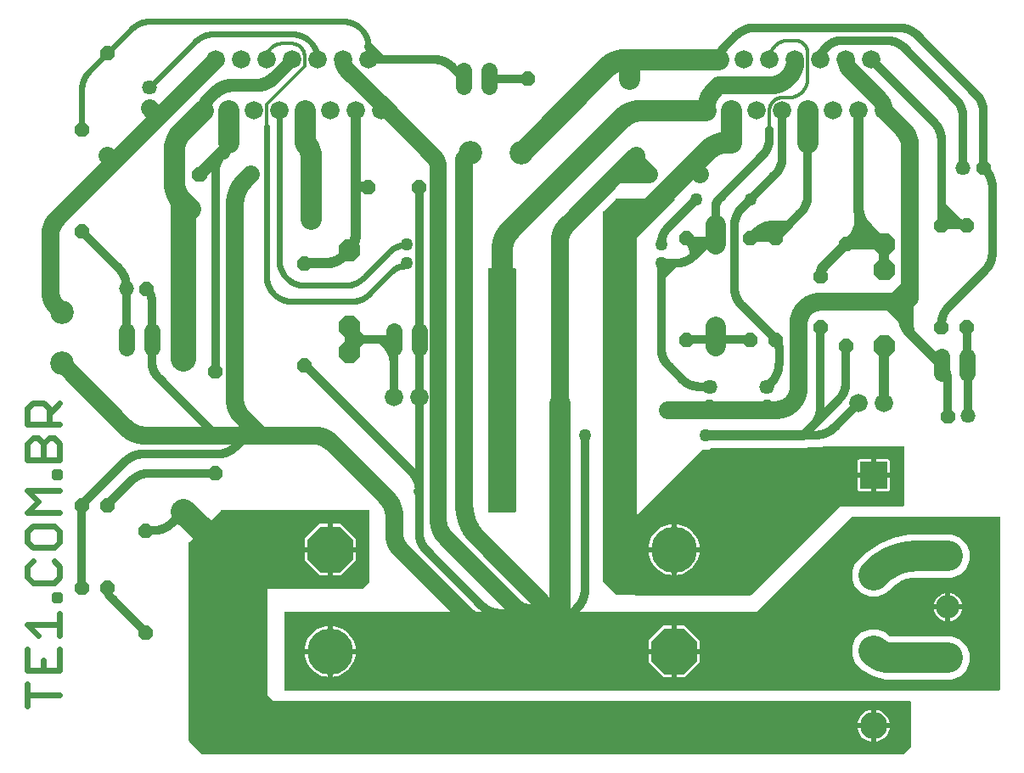
<source format=gbr>
G04 Created by GerbView*
%FSLAX24Y24*%
%MOIN*%
G75*
%ADD10C,0.0010*%
%ADD11C,0.0230*%
%ADD12C,0.0720*%
%ADD13C,0.0921*%
%ADD14C,0.1810*%
%ADD15C,0.0575*%
%ADD16C,0.0647*%
%ADD17C,0.0792*%
%ADD18R,0.1070X0.1070*%
%ADD19C,0.1070*%
%ADD20C,0.0320*%
%ADD21C,0.0659*%
%ADD22C,0.0820*%
%ADD23C,0.0500*%
%ADD24C,0.0400*%
%ADD25C,0.0600*%
%ADD26C,0.0700*%
%ADD27C,0.0120*%
%ADD28C,0.0240*%
%ADD29C,0.1000*%
%ADD30C,0.1000*%
%ADD31C,0.0800*%
%ADD32C,0.1200*%
%LNEXPORT*%
D02*
D10*
G36*
X10581Y2950D02*
X10576Y2950D01*
X10575Y2951D01*
X10573Y2951D01*
X10569Y2953D01*
X10564Y2954D01*
X10563Y2955D01*
X10562Y2956D01*
X10558Y2958D01*
X10554Y2961D01*
X10553Y2962D01*
X10551Y2963D01*
X10548Y2967D01*
X10545Y2970D01*
X10544Y2971D01*
X10543Y2973D01*
X10541Y2977D01*
X10539Y2981D01*
X10539Y2983D01*
X10538Y2984D01*
X10537Y2989D01*
X10536Y2993D01*
X10536Y2996D01*
X10536Y2996D01*
X10536Y2997D01*
X10536Y3000D01*
Y6000D01*
X10536Y6004D01*
X10537Y6009D01*
X10537Y6010D01*
X10537Y6012D01*
X10539Y6016D01*
X10540Y6021D01*
X10541Y6022D01*
X10542Y6024D01*
X10545Y6027D01*
X10547Y6031D01*
X10548Y6032D01*
X10549Y6034D01*
X10553Y6037D01*
X10556Y6040D01*
X10558Y6041D01*
X10559Y6042D01*
X10563Y6044D01*
X10567Y6046D01*
X10569Y6046D01*
X10570Y6047D01*
X10575Y6048D01*
X10579Y6049D01*
X10582Y6049D01*
X10582Y6049D01*
X10583Y6049D01*
X10586Y6049D01*
X29065D01*
X32800Y9785D01*
X32803Y9787D01*
X32806Y9790D01*
X32808Y9791D01*
X32810Y9792D01*
X32814Y9794D01*
X32817Y9796D01*
X32820Y9797D01*
X32822Y9797D01*
X32826Y9798D01*
X32829Y9799D01*
X32833Y9799D01*
X32834Y9799D01*
X32835Y9799D01*
X32836Y9799D01*
X38586D01*
X38590Y9799D01*
X38595Y9799D01*
X38596Y9798D01*
X38598Y9798D01*
X38602Y9796D01*
X38607Y9795D01*
X38608Y9794D01*
X38610Y9793D01*
X38613Y9791D01*
X38617Y9788D01*
X38619Y9787D01*
X38620Y9786D01*
X38623Y9782D01*
X38626Y9779D01*
X38627Y9778D01*
X38628Y9776D01*
X38630Y9772D01*
X38632Y9768D01*
X38632Y9766D01*
X38633Y9765D01*
X38634Y9760D01*
X38635Y9756D01*
X38635Y9753D01*
X38636Y9753D01*
X38635Y9752D01*
X38636Y9750D01*
Y3000D01*
X38635Y2995D01*
X38635Y2990D01*
X38634Y2989D01*
X38634Y2987D01*
X38632Y2983D01*
X38631Y2978D01*
X38630Y2977D01*
X38629Y2975D01*
X38627Y2972D01*
X38624Y2968D01*
X38623Y2967D01*
X38622Y2965D01*
X38618Y2962D01*
X38615Y2959D01*
X38614Y2958D01*
X38612Y2957D01*
X38608Y2955D01*
X38604Y2953D01*
X38603Y2953D01*
X38601Y2952D01*
X38597Y2951D01*
X38592Y2950D01*
X38590Y2950D01*
X38589Y2950D01*
X38588Y2950D01*
X38586Y2950D01*
X10586D01*
X10581Y2950D01*
G37*
G36*
X7332Y450D02*
X7328Y450D01*
X7326Y451D01*
X7323Y451D01*
X7320Y453D01*
X7316Y454D01*
X7314Y455D01*
X7312Y456D01*
X7308Y458D01*
X7305Y460D01*
X7302Y463D01*
X7301Y463D01*
X7301Y463D01*
X7300Y464D01*
X6800Y964D01*
X6798Y967D01*
X6795Y970D01*
X6794Y972D01*
X6794Y972D01*
X6794Y973D01*
X6793Y974D01*
X6791Y978D01*
X6789Y981D01*
X6789Y983D01*
X6788Y984D01*
X6788Y984D01*
X6788Y986D01*
X6787Y989D01*
X6786Y993D01*
X6786Y997D01*
X6786Y998D01*
X6786Y998D01*
X6786Y1000D01*
Y8750D01*
X6786Y8753D01*
X6786Y8757D01*
X6787Y8760D01*
X6787Y8762D01*
X6789Y8766D01*
X6790Y8769D01*
X6791Y8771D01*
X6792Y8774D01*
X6794Y8777D01*
X6796Y8780D01*
X6799Y8783D01*
X6799Y8784D01*
X6800Y8784D01*
X6800Y8785D01*
X8050Y10035D01*
X8053Y10037D01*
X8056Y10040D01*
X8058Y10041D01*
X8060Y10042D01*
X8064Y10044D01*
X8067Y10046D01*
X8070Y10047D01*
X8072Y10047D01*
X8076Y10048D01*
X8079Y10049D01*
X8083Y10049D01*
X8084Y10049D01*
X8085Y10049D01*
X8086Y10049D01*
X13836D01*
X13840Y10049D01*
X13845Y10049D01*
X13846Y10048D01*
X13848Y10048D01*
X13852Y10046D01*
X13857Y10045D01*
X13858Y10044D01*
X13860Y10043D01*
X13863Y10041D01*
X13867Y10038D01*
X13869Y10037D01*
X13870Y10036D01*
X13873Y10032D01*
X13876Y10029D01*
X13877Y10028D01*
X13878Y10026D01*
X13880Y10022D01*
X13882Y10018D01*
X13882Y10016D01*
X13883Y10015D01*
X13884Y10010D01*
X13885Y10006D01*
X13885Y10003D01*
X13886Y10003D01*
X13885Y10002D01*
X13886Y10000D01*
Y7250D01*
X13885Y7246D01*
X13885Y7242D01*
X13884Y7239D01*
X13884Y7237D01*
X13883Y7233D01*
X13882Y7230D01*
X13880Y7228D01*
X13879Y7225D01*
X13877Y7222D01*
X13875Y7219D01*
X13873Y7216D01*
X13872Y7215D01*
X13872Y7215D01*
X13871Y7214D01*
X13621Y6964D01*
X13618Y6962D01*
X13615Y6959D01*
X13613Y6958D01*
X13611Y6957D01*
X13607Y6955D01*
X13604Y6953D01*
X13602Y6952D01*
X13600Y6952D01*
X13596Y6951D01*
X13592Y6950D01*
X13588Y6950D01*
X13587Y6950D01*
X13587Y6950D01*
X13586Y6950D01*
X9886D01*
Y2770D01*
X10106Y2549D01*
X35086D01*
X35090Y2549D01*
X35095Y2549D01*
X35096Y2548D01*
X35098Y2548D01*
X35102Y2546D01*
X35107Y2545D01*
X35108Y2544D01*
X35110Y2543D01*
X35113Y2541D01*
X35117Y2538D01*
X35119Y2537D01*
X35120Y2536D01*
X35123Y2532D01*
X35126Y2529D01*
X35127Y2528D01*
X35128Y2526D01*
X35130Y2522D01*
X35132Y2518D01*
X35132Y2516D01*
X35133Y2515D01*
X35134Y2510D01*
X35135Y2506D01*
X35135Y2503D01*
X35136Y2503D01*
X35135Y2502D01*
X35135Y2502D01*
X35136Y2502D01*
X35135Y2501D01*
X35136Y2500D01*
Y750D01*
X35135Y746D01*
X35135Y742D01*
X35135Y740D01*
X35135Y740D01*
X35134Y739D01*
X35134Y737D01*
X35133Y733D01*
X35132Y730D01*
X35131Y729D01*
X35131Y728D01*
X35130Y727D01*
X35129Y725D01*
X35127Y722D01*
X35125Y719D01*
X35124Y718D01*
X35124Y718D01*
X35124Y717D01*
X35123Y716D01*
X35122Y715D01*
X35122Y715D01*
X35121Y714D01*
X34871Y464D01*
X34868Y462D01*
X34865Y459D01*
X34863Y458D01*
X34861Y457D01*
X34857Y455D01*
X34854Y453D01*
X34852Y452D01*
X34850Y452D01*
X34846Y451D01*
X34842Y450D01*
X34838Y450D01*
X34837Y450D01*
X34837Y450D01*
X34836Y450D01*
X7336D01*
X7332Y450D01*
G37*
G36*
X24331Y6700D02*
X24326Y6700D01*
X24325Y6701D01*
X24323Y6701D01*
X24319Y6703D01*
X24314Y6704D01*
X24313Y6705D01*
X24312Y6706D01*
X24308Y6708D01*
X24304Y6711D01*
X24303Y6712D01*
X24301Y6713D01*
X24298Y6717D01*
X24296Y6720D01*
X23586D01*
X23582Y6720D01*
X23579Y6720D01*
X23577Y6721D01*
X23576Y6721D01*
X23573Y6723D01*
X23570Y6724D01*
X23568Y6725D01*
X23568Y6726D01*
X23567Y6727D01*
X23564Y6728D01*
X23064Y7228D01*
X23062Y7231D01*
X23060Y7234D01*
X23060Y7235D01*
X23059Y7236D01*
X23058Y7240D01*
X23056Y7243D01*
X23056Y7245D01*
X23056Y7245D01*
X23056Y7247D01*
X23056Y7250D01*
Y21760D01*
X23056Y21763D01*
X23057Y21767D01*
X23057Y21768D01*
X23057Y21769D01*
X23059Y21772D01*
X23060Y21776D01*
X23061Y21777D01*
X23062Y21778D01*
X23063Y21779D01*
X23064Y21781D01*
X23554Y22271D01*
X23557Y22273D01*
X23560Y22275D01*
X23561Y22276D01*
X23562Y22276D01*
X23566Y22277D01*
X23569Y22279D01*
X23571Y22279D01*
X23572Y22279D01*
X23573Y22279D01*
X23576Y22279D01*
X25836D01*
X25838Y22279D01*
X25841Y22279D01*
X25843Y22278D01*
X25845Y22278D01*
X25848Y22277D01*
X25850Y22276D01*
X25852Y22274D01*
X25854Y22273D01*
X25856Y22271D01*
X25858Y22270D01*
X25859Y22268D01*
X25860Y22266D01*
X25862Y22264D01*
X25863Y22261D01*
X25864Y22259D01*
X25865Y22258D01*
X25865Y22255D01*
X25866Y22252D01*
X25865Y22250D01*
X25866Y22248D01*
X25865Y22245D01*
X25865Y22242D01*
X25864Y22240D01*
X25864Y22238D01*
X25862Y22236D01*
X25861Y22233D01*
X25859Y22231D01*
X25859Y22230D01*
X25858Y22230D01*
X25857Y22228D01*
X24366Y20737D01*
Y9850D01*
X26930Y12415D01*
X26933Y12417D01*
X26936Y12420D01*
X26938Y12421D01*
X26940Y12422D01*
X26944Y12424D01*
X26947Y12426D01*
X26950Y12427D01*
X26952Y12427D01*
X26956Y12428D01*
X26959Y12429D01*
X26963Y12429D01*
X26964Y12429D01*
X26965Y12429D01*
X26966Y12429D01*
X27199D01*
X27311Y12476D01*
X27311Y12476D01*
X27311Y12476D01*
X27317Y12477D01*
X27323Y12479D01*
X27323D01*
X27323Y12479D01*
X27330Y12479D01*
X31025D01*
X31112Y12516D01*
X31113Y12516D01*
X31113Y12516D01*
X31119Y12517D01*
X31124Y12519D01*
X31125D01*
X31125Y12519D01*
X31131Y12519D01*
X31616D01*
X31722Y12548D01*
X31725Y12548D01*
X31728Y12549D01*
X31734Y12549D01*
X31734Y12549D01*
X31734D01*
X31735D01*
X34836D01*
X34840Y12549D01*
X34845Y12549D01*
X34846Y12548D01*
X34848Y12548D01*
X34852Y12546D01*
X34857Y12545D01*
X34858Y12544D01*
X34860Y12543D01*
X34863Y12541D01*
X34867Y12538D01*
X34869Y12537D01*
X34870Y12536D01*
X34873Y12532D01*
X34876Y12529D01*
X34877Y12528D01*
X34878Y12526D01*
X34880Y12522D01*
X34882Y12518D01*
X34882Y12516D01*
X34883Y12515D01*
X34884Y12510D01*
X34885Y12506D01*
X34885Y12503D01*
X34886Y12503D01*
X34885Y12502D01*
X34886Y12500D01*
Y10250D01*
X34885Y10245D01*
X34885Y10240D01*
X34884Y10239D01*
X34884Y10237D01*
X34882Y10233D01*
X34881Y10228D01*
X34880Y10227D01*
X34879Y10225D01*
X34877Y10222D01*
X34874Y10218D01*
X34873Y10217D01*
X34872Y10215D01*
X34868Y10212D01*
X34865Y10209D01*
X34864Y10208D01*
X34862Y10207D01*
X34858Y10205D01*
X34854Y10203D01*
X34853Y10203D01*
X34851Y10202D01*
X34847Y10201D01*
X34842Y10200D01*
X34840Y10200D01*
X34839Y10200D01*
X34838Y10200D01*
X34836Y10200D01*
X32356D01*
X28871Y6714D01*
X28868Y6712D01*
X28865Y6709D01*
X28863Y6708D01*
X28861Y6707D01*
X28857Y6705D01*
X28854Y6703D01*
X28852Y6702D01*
X28850Y6702D01*
X28846Y6701D01*
X28842Y6700D01*
X28838Y6700D01*
X28837Y6700D01*
X28837Y6700D01*
X28836Y6700D01*
X24336D01*
X24331Y6700D01*
G37*
G36*
X18581Y9950D02*
X18576Y9950D01*
X18575Y9951D01*
X18573Y9951D01*
X18569Y9953D01*
X18564Y9954D01*
X18563Y9955D01*
X18562Y9956D01*
X18558Y9958D01*
X18554Y9961D01*
X18553Y9962D01*
X18551Y9963D01*
X18548Y9967D01*
X18545Y9970D01*
X18544Y9971D01*
X18543Y9973D01*
X18541Y9977D01*
X18539Y9981D01*
X18539Y9983D01*
X18538Y9984D01*
X18537Y9989D01*
X18536Y9993D01*
X18536Y9996D01*
X18536Y9996D01*
X18536Y9997D01*
X18536Y10000D01*
Y19500D01*
X18536Y19504D01*
X18537Y19509D01*
X18537Y19510D01*
X18537Y19512D01*
X18539Y19516D01*
X18540Y19521D01*
X18541Y19522D01*
X18542Y19524D01*
X18545Y19527D01*
X18547Y19531D01*
X18548Y19532D01*
X18549Y19534D01*
X18553Y19537D01*
X18556Y19540D01*
X18558Y19541D01*
X18559Y19542D01*
X18563Y19544D01*
X18567Y19546D01*
X18569Y19546D01*
X18570Y19547D01*
X18575Y19548D01*
X18579Y19549D01*
X18582Y19549D01*
X18582Y19549D01*
X18583Y19549D01*
X18586Y19549D01*
X19586D01*
X19590Y19549D01*
X19595Y19549D01*
X19596Y19548D01*
X19598Y19548D01*
X19602Y19546D01*
X19607Y19545D01*
X19608Y19544D01*
X19610Y19543D01*
X19613Y19541D01*
X19617Y19538D01*
X19619Y19537D01*
X19620Y19536D01*
X19623Y19532D01*
X19626Y19529D01*
X19627Y19528D01*
X19628Y19526D01*
X19630Y19522D01*
X19632Y19518D01*
X19632Y19516D01*
X19633Y19515D01*
X19634Y19510D01*
X19635Y19506D01*
X19635Y19503D01*
X19636Y19503D01*
X19635Y19502D01*
X19636Y19500D01*
Y10000D01*
X19635Y9995D01*
X19635Y9990D01*
X19634Y9989D01*
X19634Y9987D01*
X19632Y9983D01*
X19631Y9978D01*
X19630Y9977D01*
X19629Y9975D01*
X19627Y9972D01*
X19624Y9968D01*
X19623Y9967D01*
X19622Y9965D01*
X19618Y9962D01*
X19615Y9959D01*
X19614Y9958D01*
X19612Y9957D01*
X19608Y9955D01*
X19604Y9953D01*
X19603Y9953D01*
X19601Y9952D01*
X19597Y9951D01*
X19592Y9950D01*
X19590Y9950D01*
X19589Y9950D01*
X19588Y9950D01*
X19586Y9950D01*
X18586D01*
X18581Y9950D01*
G37*
%LPC*%
G36*
X33837Y6644D02*
X34146Y6772D01*
X34265Y6891D01*
X34376Y7001D01*
X34376Y7002D01*
X34378Y7003D01*
X34473Y7090D01*
X34474Y7090D01*
X34474Y7091D01*
X34479Y7094D01*
X34694Y7238D01*
X34695Y7239D01*
X34697Y7240D01*
X34703Y7242D01*
X34941Y7341D01*
X34943Y7342D01*
X34944Y7342D01*
X34950Y7344D01*
X35204Y7395D01*
X35204Y7395D01*
X35205Y7395D01*
X35211Y7395D01*
X35340Y7402D01*
X35341Y7402D01*
X35343Y7402D01*
X36760D01*
X37069Y7530D01*
X37305Y7766D01*
X37433Y8075D01*
Y8409D01*
X37305Y8718D01*
X37069Y8954D01*
X36760Y9082D01*
X35042D01*
X34454Y8965D01*
X33899Y8735D01*
X33400Y8402D01*
X33188Y8189D01*
X32958Y7960D01*
X32830Y7651D01*
Y7317D01*
X32958Y7008D01*
X33194Y6772D01*
X33503Y6644D01*
X33837D01*
G37*
G36*
X36760Y3402D02*
X37069Y3530D01*
X37305Y3766D01*
X37433Y4075D01*
Y4409D01*
X37305Y4718D01*
X37069Y4954D01*
X36760Y5082D01*
X34368D01*
X34368Y5082D01*
X34365D01*
X34352Y5083D01*
X34351Y5083D01*
X34349D01*
X34343Y5084D01*
X34318Y5091D01*
X34315Y5092D01*
X34312Y5093D01*
X34307Y5096D01*
X34307Y5096D01*
X34307Y5096D01*
X34306Y5096D01*
X34284Y5109D01*
X34283Y5110D01*
X34281Y5110D01*
X34276Y5114D01*
X34267Y5123D01*
X34266Y5123D01*
X34264Y5125D01*
X34146Y5243D01*
X33837Y5371D01*
X33503D01*
X33194Y5243D01*
X32958Y5007D01*
X32830Y4698D01*
Y4364D01*
X32958Y4055D01*
X33076Y3937D01*
X33076D01*
X33246Y3767D01*
X33663Y3526D01*
X34128Y3402D01*
X36760D01*
G37*
G36*
X12236Y8599D02*
Y9505D01*
X11919D01*
X11331Y8916D01*
Y8599D01*
X12236D01*
G37*
G36*
X25736Y4599D02*
Y5505D01*
X25419D01*
X24831Y4916D01*
Y4599D01*
X25736D01*
G37*
G36*
X13341Y8599D02*
Y8916D01*
X12752Y9505D01*
X12436D01*
Y8599D01*
X13341D01*
G37*
G36*
X26841Y4599D02*
Y4916D01*
X26252Y5505D01*
X25936D01*
Y4599D01*
X26841D01*
G37*
G36*
X12236Y7494D02*
Y8400D01*
X11331D01*
Y8083D01*
X11919Y7494D01*
X12236D01*
G37*
G36*
X25736Y3494D02*
Y4400D01*
X24831D01*
Y4083D01*
X25419Y3494D01*
X25736D01*
G37*
G36*
X12752Y7494D02*
X13341Y8083D01*
Y8400D01*
X12436D01*
Y7494D01*
X12752D01*
G37*
G36*
X26252Y3494D02*
X26841Y4083D01*
Y4400D01*
X25936D01*
Y3494D01*
X26252D01*
G37*
G36*
X25736Y8599D02*
Y9500D01*
X25667Y9492D01*
X25557Y9467D01*
X25450Y9430D01*
X25349Y9381D01*
X25253Y9320D01*
X25165Y9250D01*
X25085Y9170D01*
X25015Y9082D01*
X24955Y8986D01*
X24906Y8885D01*
X24868Y8778D01*
X24843Y8668D01*
X24836Y8599D01*
X25736D01*
G37*
G36*
X12236Y4599D02*
Y5500D01*
X12167Y5492D01*
X12057Y5467D01*
X11950Y5430D01*
X11849Y5381D01*
X11753Y5320D01*
X11665Y5250D01*
X11585Y5170D01*
X11515Y5082D01*
X11455Y4986D01*
X11406Y4885D01*
X11368Y4778D01*
X11343Y4668D01*
X11336Y4599D01*
X12236D01*
G37*
G36*
X13336Y4599D02*
X13328Y4668D01*
X13303Y4778D01*
X13266Y4885D01*
X13217Y4986D01*
X13157Y5082D01*
X13086Y5170D01*
X13006Y5250D01*
X12918Y5320D01*
X12823Y5381D01*
X12721Y5430D01*
X12614Y5467D01*
X12504Y5492D01*
X12436Y5500D01*
Y4599D01*
X13336D01*
G37*
G36*
X26836Y8599D02*
X26828Y8668D01*
X26803Y8778D01*
X26766Y8885D01*
X26717Y8986D01*
X26657Y9082D01*
X26586Y9170D01*
X26506Y9250D01*
X26418Y9320D01*
X26323Y9381D01*
X26221Y9430D01*
X26114Y9467D01*
X26004Y9492D01*
X25936Y9500D01*
Y8599D01*
X26836D01*
G37*
G36*
X25736Y8400D02*
X24836D01*
X24843Y8331D01*
X24868Y8221D01*
X24906Y8114D01*
X24955Y8013D01*
X25015Y7917D01*
X25085Y7829D01*
X25165Y7749D01*
X25253Y7679D01*
X25349Y7618D01*
X25450Y7570D01*
X25557Y7532D01*
X25667Y7507D01*
X25736Y7499D01*
Y8400D01*
G37*
G36*
X12236Y4400D02*
X11336D01*
X11343Y4331D01*
X11368Y4221D01*
X11406Y4114D01*
X11455Y4013D01*
X11515Y3917D01*
X11585Y3829D01*
X11665Y3749D01*
X11753Y3679D01*
X11849Y3618D01*
X11950Y3570D01*
X12057Y3532D01*
X12167Y3507D01*
X12236Y3499D01*
Y4400D01*
G37*
G36*
X26004Y7507D02*
X26114Y7532D01*
X26221Y7570D01*
X26323Y7618D01*
X26418Y7679D01*
X26506Y7749D01*
X26586Y7829D01*
X26657Y7917D01*
X26717Y8013D01*
X26766Y8114D01*
X26803Y8221D01*
X26828Y8331D01*
X26836Y8400D01*
X25936D01*
Y7499D01*
X26004Y7507D01*
G37*
G36*
X12504Y3507D02*
X12614Y3532D01*
X12721Y3570D01*
X12823Y3618D01*
X12918Y3679D01*
X13006Y3749D01*
X13086Y3829D01*
X13157Y3917D01*
X13217Y4013D01*
X13266Y4114D01*
X13303Y4221D01*
X13328Y4331D01*
X13336Y4400D01*
X12436D01*
Y3499D01*
X12504Y3507D01*
G37*
G36*
X33570Y11521D02*
Y12056D01*
X33122D01*
X33097Y12049D01*
X33074Y12036D01*
X33055Y12017D01*
X33042Y11994D01*
X33035Y11969D01*
Y11521D01*
X33570D01*
G37*
G36*
X34305Y11521D02*
Y11969D01*
X34299Y11994D01*
X34285Y12017D01*
X34267Y12036D01*
X34244Y12049D01*
X34218Y12056D01*
X33770D01*
Y11521D01*
X34305D01*
G37*
G36*
X33570Y10786D02*
Y11321D01*
X33035D01*
Y10873D01*
X33042Y10847D01*
X33055Y10824D01*
X33074Y10806D01*
X33097Y10792D01*
X33122Y10786D01*
X33570D01*
G37*
G36*
X34218Y10786D02*
X34244Y10792D01*
X34267Y10806D01*
X34285Y10824D01*
X34299Y10847D01*
X34305Y10873D01*
Y11321D01*
X33770D01*
Y10786D01*
X34218D01*
G37*
G36*
X33570Y1678D02*
Y2206D01*
X33546Y2202D01*
X33466Y2181D01*
X33389Y2149D01*
X33317Y2107D01*
X33251Y2057D01*
X33192Y1998D01*
X33141Y1932D01*
X33100Y1860D01*
X33068Y1783D01*
X33046Y1702D01*
X33043Y1678D01*
X33570D01*
G37*
G36*
X34298Y1678D02*
X34295Y1702D01*
X34273Y1783D01*
X34241Y1860D01*
X34199Y1932D01*
X34149Y1998D01*
X34090Y2057D01*
X34024Y2107D01*
X33952Y2149D01*
X33875Y2181D01*
X33794Y2202D01*
X33770Y2206D01*
Y1678D01*
X34298D01*
G37*
G36*
X33570Y1478D02*
X33043D01*
X33046Y1454D01*
X33068Y1374D01*
X33100Y1297D01*
X33141Y1225D01*
X33192Y1159D01*
X33251Y1100D01*
X33317Y1049D01*
X33389Y1007D01*
X33466Y976D01*
X33546Y954D01*
X33570Y951D01*
Y1478D01*
G37*
G36*
X33794Y954D02*
X33875Y976D01*
X33952Y1007D01*
X34024Y1049D01*
X34090Y1100D01*
X34149Y1159D01*
X34199Y1225D01*
X34241Y1297D01*
X34273Y1374D01*
X34295Y1454D01*
X34298Y1478D01*
X33770D01*
Y951D01*
X33794Y954D01*
G37*
G36*
X36493Y6342D02*
Y6794D01*
X36462Y6789D01*
X36378Y6761D01*
X36299Y6721D01*
X36228Y6669D01*
X36166Y6607D01*
X36114Y6536D01*
X36074Y6457D01*
X36046Y6373D01*
X36042Y6342D01*
X36493D01*
G37*
G36*
X36493Y6142D02*
X36042D01*
X36046Y6111D01*
X36074Y6027D01*
X36114Y5948D01*
X36166Y5877D01*
X36228Y5814D01*
X36299Y5762D01*
X36378Y5722D01*
X36462Y5695D01*
X36493Y5690D01*
Y6142D01*
G37*
G36*
X37145Y6342D02*
X37140Y6373D01*
X37113Y6457D01*
X37073Y6536D01*
X37021Y6607D01*
X36959Y6669D01*
X36887Y6721D01*
X36809Y6761D01*
X36725Y6789D01*
X36693Y6794D01*
Y6342D01*
X37145D01*
G37*
G36*
X36725Y5695D02*
X36809Y5722D01*
X36887Y5762D01*
X36959Y5814D01*
X37021Y5877D01*
X37073Y5948D01*
X37113Y6027D01*
X37140Y6111D01*
X37145Y6142D01*
X36693D01*
Y5690D01*
X36725Y5695D01*
G37*
G36*
X12336Y4499D02*
Y4500D01*
X12336D01*
Y4499D01*
X12336D01*
G37*
G36*
X25836Y4499D02*
Y4500D01*
X25836D01*
Y4499D01*
X25836D01*
G37*
G36*
X25836Y8499D02*
Y8500D01*
X25836D01*
Y8499D01*
X25836D01*
G37*
G36*
X12336Y8499D02*
Y8500D01*
X12336D01*
Y8499D01*
X12336D01*
G37*
G36*
X33670Y11421D02*
Y11421D01*
X33670D01*
Y11421D01*
X33670D01*
G37*
G36*
X33670Y1578D02*
Y1578D01*
X33670D01*
Y1578D01*
X33670D01*
G37*
G36*
X36593Y6242D02*
Y6242D01*
X36593D01*
Y6242D01*
X36593D01*
G37*
%LPD*%
D11*
X1721Y2788D02*
X450D01*
Y2365D02*
Y3212D01*
Y3746D02*
Y4593D01*
Y3746D02*
X1721D01*
Y4593D01*
X1085Y4169D02*
Y3746D01*
X873Y5127D02*
X450Y5551D01*
X1721D01*
Y5127D02*
Y5974D01*
Y6508D02*
X1509D01*
Y6720D01*
X1721D01*
Y6508D01*
X450Y7834D02*
X661Y8046D01*
X450Y7834D02*
Y7410D01*
X661Y7199D01*
X1509D01*
X1721Y7410D01*
Y7834D01*
X1509Y8046D01*
X450Y8792D02*
Y9215D01*
Y8792D02*
X661Y8580D01*
X1509D01*
X1721Y8792D01*
Y9215D01*
X1509Y9427D01*
X661D01*
X450Y9215D01*
Y9961D02*
X1721D01*
X873Y10385D02*
X450Y9961D01*
X873Y10385D02*
X450Y10808D01*
X1721D01*
Y11342D02*
X1509D01*
Y11554D01*
X1721D01*
Y11342D01*
Y12033D02*
X450D01*
Y12668D01*
X661Y12880D01*
X873D01*
X1085Y12668D01*
X1297Y12880D01*
X1509D01*
X1721Y12668D01*
Y12033D01*
X1085D02*
Y12668D01*
X1721Y13414D02*
X450D01*
Y14050D01*
X661Y14261D01*
X1085D01*
X1297Y14050D01*
Y13414D01*
Y13838D02*
X1721Y14261D01*
D12*
X30586Y27750D03*
D11*
D12*
X30086Y25750D03*
D11*
D12*
X29586Y27750D03*
D11*
D12*
X29086Y25750D03*
D11*
D12*
X28586Y27750D03*
D11*
D12*
X28086Y25750D03*
D11*
D12*
X31086Y25750D03*
D11*
D12*
X31586Y27750D03*
D11*
D12*
X32086Y25750D03*
D11*
D12*
X32586Y27750D03*
D11*
D12*
X33086Y25750D03*
D11*
D12*
X27586Y27750D03*
D11*
D12*
X27086Y25750D03*
D11*
D12*
X33586Y27750D03*
D11*
D12*
X34086Y25750D03*
D11*
D12*
X10836Y27750D03*
D11*
D12*
X10336Y25750D03*
D11*
D12*
X9836Y27750D03*
D11*
D12*
X9336Y25750D03*
D11*
D12*
X8836Y27750D03*
D11*
D12*
X8336Y25750D03*
D11*
D12*
X11336Y25750D03*
D11*
D12*
X11836Y27750D03*
D11*
D12*
X12336Y25750D03*
D11*
D12*
X12836Y27750D03*
D11*
D12*
X13336Y25750D03*
D11*
D12*
X7836Y27750D03*
D11*
D12*
X7336Y25750D03*
D11*
D12*
X13836Y27750D03*
D11*
D12*
X14336Y25750D03*
D11*
D13*
X36593Y8242D03*
D11*
D13*
X36593Y6242D03*
D11*
D13*
X36593Y4242D03*
D11*
D14*
X25836Y8500D03*
D11*
G36*
X26211Y3595D02*
X26741Y4125D01*
Y4874D01*
X26211Y5404D01*
X25461D01*
X24931Y4874D01*
Y4125D01*
X25461Y3595D01*
X26211Y3595D01*
G37*
D14*
X12336Y4500D03*
D11*
G36*
X11961Y9404D02*
X11431Y8874D01*
Y8125D01*
X11961Y7595D01*
X12711Y7595D01*
X13241Y8125D01*
Y8874D01*
X12711Y9404D01*
X11961D01*
G37*
G36*
X37698Y23380D02*
X37866Y23212D01*
X38105D01*
X38274Y23380D01*
Y23619D01*
X38105Y23787D01*
X37866D01*
X37698Y23619D01*
Y23380D01*
G37*
D15*
X37186Y23500D03*
D11*
G36*
X36216Y17537D02*
X36048Y17369D01*
Y17130D01*
X36216Y16962D01*
X36455D01*
X36624Y17130D01*
Y17369D01*
X36455Y17537D01*
X36216D01*
G37*
G36*
X36216Y21537D02*
X36048Y21369D01*
Y21130D01*
X36216Y20962D01*
X36455D01*
X36624Y21130D01*
Y21369D01*
X36455Y21537D01*
X36216D01*
G37*
G36*
X37455Y20962D02*
X37624Y21130D01*
Y21369D01*
X37455Y21537D01*
X37216D01*
X37048Y21369D01*
Y21130D01*
X37216Y20962D01*
X37455D01*
G37*
G36*
X37455Y16962D02*
X37624Y17130D01*
Y17369D01*
X37455Y17537D01*
X37216D01*
X37048Y17369D01*
Y17130D01*
X37216Y16962D01*
X37455D01*
G37*
G36*
X32705Y20212D02*
X32874Y20380D01*
Y20619D01*
X32705Y20787D01*
X32466D01*
X32298Y20619D01*
Y20380D01*
X32466Y20212D01*
X32705D01*
G37*
G36*
X32705Y16212D02*
X32874Y16380D01*
Y16619D01*
X32705Y16787D01*
X32466D01*
X32298Y16619D01*
Y16380D01*
X32466Y16212D01*
X32705Y16212D01*
G37*
G36*
X3466Y24287D02*
X3298Y24119D01*
X3298Y23880D01*
X3466Y23712D01*
X3705D01*
X3874Y23880D01*
X3874Y24119D01*
X3705Y24287D01*
X3466D01*
G37*
G36*
X3466Y28287D02*
X3298Y28119D01*
X3298Y27880D01*
X3466Y27712D01*
X3705D01*
X3874Y27880D01*
X3874Y28119D01*
X3705Y28287D01*
X3466D01*
G37*
G36*
X2705Y24712D02*
X2874Y24880D01*
X2874Y25119D01*
X2705Y25287D01*
X2466D01*
X2298Y25119D01*
X2298Y24880D01*
X2466Y24712D01*
X2705D01*
G37*
G36*
X2705Y20712D02*
X2874Y20880D01*
X2874Y21119D01*
X2705Y21287D01*
X2466D01*
X2298Y21119D01*
X2298Y20880D01*
X2466Y20712D01*
X2705D01*
G37*
G36*
X11455Y19462D02*
X11624Y19630D01*
Y19869D01*
X11455Y20037D01*
X11216D01*
X11048Y19869D01*
Y19630D01*
X11216Y19462D01*
X11455D01*
G37*
G36*
X11455Y15462D02*
X11624Y15630D01*
Y15869D01*
X11455Y16037D01*
X11216D01*
X11048Y15869D01*
Y15630D01*
X11216Y15462D01*
X11455Y15462D01*
G37*
G36*
X26455Y20462D02*
X26624Y20630D01*
Y20869D01*
X26455Y21037D01*
X26216D01*
X26048Y20869D01*
Y20630D01*
X26216Y20462D01*
X26455D01*
G37*
G36*
X26455Y16462D02*
X26624Y16630D01*
Y16869D01*
X26455Y17037D01*
X26216D01*
X26048Y16869D01*
Y16630D01*
X26216Y16462D01*
X26455D01*
G37*
G36*
X28716Y17037D02*
X28548Y16869D01*
Y16630D01*
X28716Y16462D01*
X28955D01*
X29124Y16630D01*
Y16869D01*
X28955Y17037D01*
X28716D01*
G37*
G36*
X28716Y21037D02*
X28548Y20869D01*
Y20630D01*
X28716Y20462D01*
X28955D01*
X29124Y20630D01*
Y20869D01*
X28955Y21037D01*
X28716D01*
G37*
G36*
X29716Y17037D02*
X29548Y16869D01*
Y16630D01*
X29716Y16462D01*
X29955D01*
X30124Y16630D01*
Y16869D01*
X29955Y17037D01*
X29716D01*
G37*
G36*
X29716Y21037D02*
X29548Y20869D01*
Y20630D01*
X29716Y20462D01*
X29955D01*
X30124Y20630D01*
Y20869D01*
X29955Y21037D01*
X29716D01*
G37*
D12*
X33086Y14250D03*
D11*
D12*
X34086Y14250D03*
D11*
D12*
X15836Y14500D03*
D11*
D12*
X14836Y14500D03*
D11*
D16*
X5336Y16425D02*
Y17074D01*
X4336D02*
Y16425D01*
X36336Y16074D02*
Y15425D01*
X37336D02*
Y16074D01*
G36*
X27355Y13812D02*
X27524Y13980D01*
Y14219D01*
X27355Y14387D01*
X27116D01*
X26948Y14219D01*
Y13980D01*
X27116Y13812D01*
X27355Y13812D01*
G37*
D15*
X27236Y14900D03*
D16*
G36*
X36874Y13869D02*
X36705Y14037D01*
X36466D01*
X36298Y13869D01*
Y13630D01*
X36466Y13462D01*
X36705D01*
X36874Y13630D01*
Y13869D01*
G37*
D15*
X37386Y13750D03*
D16*
G36*
X29605Y13812D02*
X29774Y13980D01*
Y14219D01*
X29605Y14387D01*
X29366D01*
X29198Y14219D01*
Y13980D01*
X29366Y13812D01*
X29605Y13812D01*
G37*
D15*
X29486Y14900D03*
D16*
G36*
X4848Y18630D02*
X5016Y18462D01*
X5255D01*
X5424Y18630D01*
Y18869D01*
X5255Y19037D01*
X5016D01*
X4848Y18869D01*
Y18630D01*
G37*
D15*
X4336Y18750D03*
D16*
G36*
X24374Y27119D02*
X24205Y27287D01*
X23966D01*
X23798Y27119D01*
Y26880D01*
X23966Y26712D01*
X24205D01*
X24374Y26880D01*
Y27119D01*
G37*
G36*
X20374Y27119D02*
X20205Y27287D01*
X19966D01*
X19798Y27119D01*
Y26880D01*
X19966Y26712D01*
X20205D01*
X20374Y26880D01*
Y27119D01*
G37*
G36*
X5355Y25562D02*
X5524Y25730D01*
Y25969D01*
X5355Y26137D01*
X5116D01*
X4948Y25969D01*
X4948Y25730D01*
X5116Y25562D01*
X5355D01*
G37*
D15*
X5236Y26650D03*
D16*
X18586Y26675D02*
Y27324D01*
X17586D02*
Y26675D01*
X14836Y17074D02*
Y16425D01*
X15836D02*
Y17074D01*
D13*
X1799Y15817D03*
D16*
D13*
X1799Y17817D03*
D16*
G36*
X24624Y24119D02*
X24455Y24287D01*
X24216D01*
X24048Y24119D01*
Y23880D01*
X24216Y23712D01*
X24455D01*
X24624Y23880D01*
Y24119D01*
G37*
G36*
X22624Y24119D02*
X22455Y24287D01*
X22216D01*
X22048Y24119D01*
Y23880D01*
X22216Y23712D01*
X22455D01*
X22624Y23880D01*
Y24119D01*
G37*
G36*
X13262Y19825D02*
X13511Y20073D01*
Y20426D01*
X13262Y20674D01*
X12910D01*
X12661Y20426D01*
X12661Y20073D01*
X12910Y19825D01*
X13262D01*
G37*
G36*
X13262Y15825D02*
X13511Y16073D01*
Y16426D01*
X13262Y16674D01*
X12910D01*
X12661Y16426D01*
X12661Y16073D01*
X12910Y15825D01*
X13262Y15825D01*
G37*
G36*
X13262Y16825D02*
X13511Y17073D01*
Y17426D01*
X13262Y17674D01*
X12910D01*
X12661Y17426D01*
X12661Y17073D01*
X12910Y16825D01*
X13262D01*
G37*
G36*
X8874Y22119D02*
X8705Y22287D01*
X8466D01*
X8298Y22119D01*
Y21880D01*
X8466Y21712D01*
X8705D01*
X8874Y21880D01*
Y22119D01*
G37*
G36*
X6874Y22119D02*
X6705Y22287D01*
X6466D01*
X6298Y22119D01*
Y21880D01*
X6466Y21712D01*
X6705D01*
X6874Y21880D01*
Y22119D01*
G37*
G36*
X24548Y23130D02*
X24716Y22962D01*
X24955D01*
X25124Y23130D01*
Y23369D01*
X24955Y23537D01*
X24716D01*
X24548Y23369D01*
Y23130D01*
G37*
G36*
X26548Y23130D02*
X26716Y22962D01*
X26955D01*
X27124Y23130D01*
Y23369D01*
X26955Y23537D01*
X26716D01*
X26548Y23369D01*
Y23130D01*
G37*
G36*
X9499Y23369D02*
X9330Y23537D01*
X9091D01*
X8923Y23369D01*
Y23130D01*
X9091Y22962D01*
X9330D01*
X9499Y23130D01*
Y23369D01*
G37*
G36*
X7499Y23369D02*
X7330Y23537D01*
X7091D01*
X6923Y23369D01*
Y23130D01*
X7091Y22962D01*
X7330D01*
X7499Y23130D01*
Y23369D01*
G37*
G36*
X33910Y16924D02*
X33661Y16676D01*
Y16323D01*
X33910Y16075D01*
X34262D01*
X34511Y16323D01*
Y16676D01*
X34262Y16924D01*
X33910D01*
G37*
G36*
X33910Y20924D02*
X33661Y20676D01*
Y20323D01*
X33910Y20075D01*
X34262D01*
X34511Y20323D01*
Y20676D01*
X34262Y20924D01*
X33910D01*
G37*
G36*
X33910Y19924D02*
X33661Y19676D01*
Y19323D01*
X33910Y19075D01*
X34262D01*
X34511Y19323D01*
Y19676D01*
X34262Y19924D01*
X33910D01*
G37*
D17*
X27461Y17270D02*
Y16479D01*
Y20479D02*
Y21270D01*
D13*
X19836Y24104D03*
D17*
D13*
X17836Y24104D03*
D17*
G36*
X3874Y10369D02*
X3705Y10537D01*
X3466D01*
X3298Y10369D01*
X3298Y10130D01*
X3466Y9962D01*
X3705D01*
X3874Y10130D01*
Y10369D01*
G37*
G36*
X2874Y10369D02*
X2705Y10537D01*
X2466D01*
X2298Y10369D01*
X2298Y10130D01*
X2466Y9962D01*
X2705D01*
X2874Y10130D01*
Y10369D01*
G37*
G36*
X2298Y6880D02*
X2466Y6712D01*
X2705D01*
X2874Y6880D01*
X2874Y7119D01*
X2705Y7287D01*
X2466D01*
X2298Y7119D01*
Y6880D01*
G37*
G36*
X3298Y6880D02*
X3466Y6712D01*
X3705D01*
X3874Y6880D01*
X3874Y7119D01*
X3705Y7287D01*
X3466D01*
X3298Y7119D01*
Y6880D01*
G37*
G36*
X4966Y5537D02*
X4798Y5369D01*
Y5130D01*
X4966Y4962D01*
X5205D01*
X5374Y5130D01*
Y5369D01*
X5205Y5537D01*
X4966D01*
G37*
G36*
X4966Y9537D02*
X4798Y9369D01*
Y9130D01*
X4966Y8962D01*
X5205D01*
X5374Y9130D01*
Y9369D01*
X5205Y9537D01*
X4966D01*
G37*
G36*
X7716Y11787D02*
X7548Y11619D01*
Y11380D01*
X7716Y11212D01*
X7955D01*
X8124Y11380D01*
Y11619D01*
X7955Y11787D01*
X7716D01*
G37*
G36*
X7716Y15787D02*
X7548Y15619D01*
Y15380D01*
X7716Y15212D01*
X7955D01*
X8124Y15380D01*
Y15619D01*
X7955Y15787D01*
X7716D01*
G37*
G36*
X31466Y17537D02*
X31298Y17369D01*
Y17130D01*
X31466Y16962D01*
X31705D01*
X31874Y17130D01*
Y17369D01*
X31705Y17537D01*
X31466D01*
G37*
G36*
X31466Y19537D02*
X31298Y19369D01*
Y19130D01*
X31466Y18962D01*
X31705D01*
X31874Y19130D01*
Y19369D01*
X31705Y19537D01*
X31466D01*
G37*
G36*
X16124Y22869D02*
X15955Y23037D01*
X15716D01*
X15548Y22869D01*
Y22630D01*
X15716Y22462D01*
X15955D01*
X16124Y22630D01*
Y22869D01*
G37*
G36*
X14124Y22869D02*
X13955Y23037D01*
X13716D01*
X13548Y22869D01*
Y22630D01*
X13716Y22462D01*
X13955D01*
X14124Y22630D01*
Y22869D01*
G37*
D18*
X33670Y11421D03*
D17*
D19*
X33670Y7484D03*
D17*
D19*
X33670Y4531D03*
D17*
D19*
X33670Y1578D03*
D17*
D20*
X36586Y21250D02*
X37336D01*
X36586D02*
X36336D01*
Y22000D01*
Y24585D01*
X36335Y24610D01*
X36334Y24634D01*
X36333Y24659D01*
X36331Y24683D01*
X36328Y24708D01*
X36325Y24732D01*
X36321Y24756D01*
X36316Y24780D01*
X36311Y24804D01*
X36306Y24828D01*
X36299Y24852D01*
X36293Y24876D01*
X36285Y24899D01*
X36277Y24922D01*
X36269Y24945D01*
X36260Y24968D01*
X36250Y24991D01*
X36240Y25013D01*
X36229Y25035D01*
X36218Y25057D01*
X36206Y25078D01*
X36193Y25099D01*
X36180Y25120D01*
X36167Y25141D01*
X36153Y25161D01*
X36139Y25181D01*
X36124Y25201D01*
X36109Y25220D01*
X36093Y25238D01*
X36077Y25257D01*
X36060Y25275D01*
X36043Y25292D01*
X36043D02*
X33586Y27750D01*
X36909Y21426D02*
X36919Y21416D01*
X36930Y21406D01*
X36941Y21396D01*
X36953Y21387D01*
X36964Y21377D01*
X36976Y21368D01*
X36988Y21360D01*
X37000Y21351D01*
X37013Y21343D01*
X37025Y21335D01*
X37038Y21328D01*
X37051Y21321D01*
X37064Y21314D01*
X37078Y21307D01*
X37091Y21301D01*
X37105Y21295D01*
X37118Y21290D01*
X37132Y21285D01*
X37146Y21280D01*
X37160Y21275D01*
X37175Y21271D01*
X37189Y21268D01*
X37203Y21264D01*
X37218Y21261D01*
X37232Y21258D01*
X37247Y21256D01*
X37262Y21254D01*
X37276Y21252D01*
X37291Y21251D01*
X37306Y21250D01*
X37321Y21250D01*
X37336Y21250D01*
X36909Y21426D02*
X36461Y21875D01*
X36336Y22000D01*
X36461Y21875D02*
Y21551D01*
X36461Y21541D01*
X36461Y21531D01*
X36462Y21521D01*
X36463Y21511D01*
X36464Y21501D01*
X36465Y21491D01*
X36467Y21480D01*
X36468Y21471D01*
X36470Y21461D01*
X36473Y21451D01*
X36475Y21441D01*
X36478Y21431D01*
X36481Y21421D01*
X36484Y21412D01*
X36488Y21402D01*
X36491Y21393D01*
X36495Y21383D01*
X36499Y21374D01*
X36504Y21365D01*
X36508Y21356D01*
X36513Y21347D01*
X36518Y21338D01*
X36523Y21329D01*
X36528Y21321D01*
X36534Y21312D01*
X36540Y21304D01*
X36546Y21296D01*
X36552Y21287D01*
X36558Y21280D01*
X36565Y21272D01*
X36572Y21264D01*
X36579Y21257D01*
X36586Y21250D01*
X37386Y15629D02*
Y13750D01*
Y15629D02*
X37386Y15634D01*
X37385Y15639D01*
X37385Y15644D01*
X37384Y15649D01*
X37384Y15654D01*
X37383Y15660D01*
X37382Y15665D01*
X37381Y15670D01*
X37379Y15675D01*
X37378Y15680D01*
X37376Y15684D01*
X37375Y15689D01*
X37373Y15694D01*
X37371Y15699D01*
X37368Y15704D01*
X37366Y15708D01*
X37364Y15713D01*
X37361Y15717D01*
X37358Y15721D01*
X37355Y15726D01*
X37352Y15730D01*
X37349Y15734D01*
X37346Y15738D01*
X37343Y15742D01*
X37339Y15746D01*
X37336Y15750D01*
Y17250D01*
D21*
X32762Y27323D02*
X32752Y27333D01*
X32743Y27344D01*
X32733Y27354D01*
X32724Y27365D01*
X32715Y27376D01*
X32706Y27388D01*
X32698Y27399D01*
X32689Y27411D01*
X32681Y27423D01*
X32674Y27435D01*
X32667Y27448D01*
X32659Y27460D01*
X32653Y27473D01*
X32646Y27486D01*
X32640Y27499D01*
X32634Y27512D01*
X32629Y27525D01*
X32624Y27539D01*
X32619Y27552D01*
X32614Y27566D01*
X32610Y27579D01*
X32606Y27593D01*
X32603Y27607D01*
X32599Y27621D01*
X32597Y27635D01*
X32594Y27649D01*
X32592Y27664D01*
X32590Y27678D01*
X32588Y27692D01*
X32587Y27706D01*
X32586Y27721D01*
X32586Y27735D01*
X32586Y27750D01*
X33909Y26176D02*
X33919Y26166D01*
X33929Y26155D01*
X33939Y26144D01*
X33949Y26132D01*
X33958Y26121D01*
X33967Y26109D01*
X33976Y26097D01*
X33984Y26085D01*
X33992Y26072D01*
X34000Y26060D01*
X34007Y26047D01*
X34014Y26034D01*
X34021Y26021D01*
X34028Y26008D01*
X34034Y25994D01*
X34040Y25980D01*
X34045Y25967D01*
X34050Y25953D01*
X34055Y25939D01*
X34060Y25925D01*
X34064Y25910D01*
X34068Y25896D01*
X34071Y25882D01*
X34074Y25867D01*
X34077Y25853D01*
X34079Y25838D01*
X34081Y25823D01*
X34083Y25809D01*
X34084Y25794D01*
X34085Y25779D01*
X34085Y25764D01*
X34086Y25750D01*
X33909Y26176D02*
X32762Y27323D01*
G36*
X22491Y4874D02*
X21961Y5404D01*
X21211D01*
X20681Y4874D01*
Y4125D01*
X21211Y3595D01*
X21961Y3595D01*
X22491Y4125D01*
Y4874D01*
G37*
D22*
X21336Y5250D02*
Y5500D01*
Y6000D01*
Y14250D01*
D20*
X27236Y14100D02*
X29486D01*
X27236D02*
X25827D01*
X25819Y14099D01*
X25810Y14099D01*
X25802Y14099D01*
X25794Y14098D01*
X25785Y14097D01*
X25777Y14096D01*
X25769Y14094D01*
X25760Y14093D01*
X25752Y14091D01*
X25744Y14089D01*
X25736Y14087D01*
X25728Y14085D01*
X25720Y14082D01*
X25712Y14080D01*
X25704Y14077D01*
X25696Y14074D01*
X25689Y14070D01*
X25681Y14067D01*
X25674Y14063D01*
X25666Y14059D01*
X25659Y14055D01*
X25652Y14051D01*
X25644Y14047D01*
X25637Y14042D01*
X25630Y14037D01*
X25624Y14032D01*
X25617Y14027D01*
X25610Y14022D01*
X25604Y14017D01*
X25598Y14011D01*
X25592Y14005D01*
X25586Y14000D01*
D23*
X22336Y13000D03*
D20*
D24*
X21086Y6000D02*
X21100Y5985D01*
X21114Y5970D01*
X21127Y5955D01*
X21140Y5939D01*
X21153Y5924D01*
X21165Y5907D01*
X21177Y5891D01*
X21189Y5874D01*
X21200Y5857D01*
X21211Y5840D01*
X21221Y5823D01*
X21231Y5805D01*
X21241Y5787D01*
X21250Y5769D01*
X21259Y5751D01*
X21267Y5732D01*
X21275Y5713D01*
X21282Y5694D01*
X21289Y5675D01*
X21295Y5656D01*
X21301Y5636D01*
X21307Y5617D01*
X21312Y5597D01*
X21316Y5577D01*
X21320Y5557D01*
X21324Y5537D01*
X21327Y5517D01*
X21330Y5497D01*
X21332Y5477D01*
X21333Y5457D01*
X21335Y5437D01*
X21335Y5416D01*
X21336Y5396D01*
Y5250D01*
D20*
X22336Y6914D02*
Y13000D01*
Y6914D02*
X22335Y6889D01*
X22334Y6865D01*
X22333Y6840D01*
X22331Y6816D01*
X22328Y6791D01*
X22325Y6767D01*
X22321Y6743D01*
X22316Y6719D01*
X22311Y6695D01*
X22306Y6671D01*
X22299Y6647D01*
X22293Y6623D01*
X22285Y6600D01*
X22277Y6577D01*
X22269Y6554D01*
X22260Y6531D01*
X22250Y6508D01*
X22240Y6486D01*
X22229Y6464D01*
X22218Y6442D01*
X22206Y6421D01*
X22193Y6400D01*
X22180Y6379D01*
X22167Y6358D01*
X22153Y6338D01*
X22139Y6318D01*
X22124Y6298D01*
X22109Y6279D01*
X22093Y6261D01*
X22077Y6242D01*
X22060Y6224D01*
X22043Y6207D01*
X22043Y6207D02*
X21461Y5625D01*
X21336Y5500D01*
D25*
X25586Y14000D03*
D20*
D26*
X27336Y14000D02*
X29586D01*
X27336D02*
X25586D01*
D25*
X21336Y14000D03*
D26*
D23*
X29486Y14100D02*
X29586Y14000D01*
X27336D02*
X27236Y14100D01*
X27086Y13000D03*
D23*
D24*
X27086Y13000D02*
X30921D01*
X21336Y14000D02*
Y14250D01*
D26*
X17586Y23854D02*
X17836Y24104D01*
X17586Y23854D02*
Y10267D01*
D20*
X15836Y14500D02*
Y16750D01*
Y22750D01*
D26*
X9211Y23250D02*
X8967Y23006D01*
Y23006D02*
X8945Y22983D01*
X8923Y22960D01*
X8902Y22936D01*
X8881Y22911D01*
X8861Y22886D01*
X8842Y22861D01*
X8823Y22835D01*
X8805Y22809D01*
X8788Y22782D01*
X8771Y22755D01*
X8755Y22727D01*
X8739Y22699D01*
X8725Y22671D01*
X8711Y22642D01*
X8697Y22613D01*
X8685Y22583D01*
X8673Y22554D01*
X8662Y22524D01*
X8651Y22494D01*
X8642Y22463D01*
X8633Y22432D01*
X8625Y22402D01*
X8617Y22371D01*
X8611Y22339D01*
X8605Y22308D01*
X8600Y22276D01*
X8595Y22245D01*
X8592Y22213D01*
X8589Y22181D01*
X8587Y22149D01*
X8586Y22117D01*
X8586Y22085D01*
Y22000D01*
X18129Y8957D02*
X21086Y6000D01*
X18129Y8957D02*
X18098Y8988D01*
X18068Y9020D01*
X18038Y9053D01*
X18010Y9087D01*
X17982Y9121D01*
X17955Y9156D01*
X17929Y9192D01*
X17904Y9228D01*
X17880Y9265D01*
X17856Y9303D01*
X17834Y9340D01*
X17812Y9379D01*
X17792Y9418D01*
X17772Y9457D01*
X17753Y9497D01*
X17735Y9538D01*
X17718Y9578D01*
X17702Y9620D01*
X17688Y9661D01*
X17674Y9703D01*
X17661Y9745D01*
X17649Y9788D01*
X17638Y9830D01*
X17628Y9873D01*
X17619Y9916D01*
X17611Y9960D01*
X17605Y10003D01*
X17599Y10047D01*
X17594Y10091D01*
X17590Y10135D01*
X17588Y10179D01*
X17586Y10223D01*
X17586Y10267D01*
D23*
X20875Y5625D02*
X21461D01*
D20*
X15836Y10689D02*
Y14500D01*
X15793Y10792D02*
X15836Y10689D01*
D26*
X4324Y13292D02*
X1799Y15817D01*
X4324Y13292D02*
X4342Y13275D01*
X4360Y13259D01*
X4378Y13242D01*
X4397Y13227D01*
X4416Y13211D01*
X4436Y13196D01*
X4456Y13182D01*
X4476Y13168D01*
X4496Y13155D01*
X4517Y13142D01*
X4538Y13129D01*
X4560Y13118D01*
X4582Y13106D01*
X4604Y13096D01*
X4626Y13085D01*
X4649Y13076D01*
X4671Y13067D01*
X4694Y13058D01*
X4718Y13050D01*
X4741Y13043D01*
X4765Y13036D01*
X4788Y13029D01*
X4812Y13024D01*
X4836Y13019D01*
X4860Y13014D01*
X4885Y13010D01*
X4909Y13007D01*
X4933Y13004D01*
X4958Y13002D01*
X4982Y13001D01*
X5007Y13000D01*
X5031Y13000D01*
X19043Y5292D02*
X19060Y5276D01*
X19077Y5260D01*
X19095Y5244D01*
X19113Y5228D01*
X19132Y5213D01*
X19151Y5199D01*
X19170Y5185D01*
X19189Y5171D01*
X19209Y5158D01*
X19229Y5146D01*
X19250Y5133D01*
X19271Y5122D01*
X19292Y5111D01*
X19313Y5100D01*
X19334Y5090D01*
X19356Y5080D01*
X19378Y5071D01*
X19400Y5063D01*
X19423Y5055D01*
X19445Y5047D01*
X19468Y5040D01*
X19491Y5034D01*
X19514Y5028D01*
X19537Y5022D01*
X19561Y5018D01*
X19584Y5013D01*
X19608Y5010D01*
X19631Y5007D01*
X19655Y5004D01*
X19679Y5002D01*
X19702Y5001D01*
X19726Y5000D01*
X19750Y5000D01*
X7836Y13000D02*
X5031D01*
X7836D02*
X9086D01*
X9586D01*
X8879Y13707D02*
X8862Y13724D01*
X8846Y13741D01*
X8830Y13759D01*
X8815Y13777D01*
X8800Y13796D01*
X8785Y13814D01*
X8771Y13834D01*
X8757Y13853D01*
X8744Y13873D01*
X8732Y13893D01*
X8720Y13914D01*
X8708Y13934D01*
X8697Y13955D01*
X8686Y13977D01*
X8676Y13998D01*
X8666Y14020D01*
X8657Y14042D01*
X8649Y14064D01*
X8641Y14087D01*
X8633Y14109D01*
X8626Y14132D01*
X8620Y14155D01*
X8614Y14178D01*
X8608Y14201D01*
X8604Y14224D01*
X8600Y14248D01*
X8596Y14271D01*
X8593Y14295D01*
X8590Y14319D01*
X8588Y14342D01*
X8587Y14366D01*
X8586Y14390D01*
X8586Y14414D01*
X8879Y13707D02*
X9586Y13000D01*
X8586Y14414D02*
Y22000D01*
D20*
X2586Y10250D02*
Y7000D01*
Y10250D02*
X4293Y11957D01*
X4310Y11974D01*
X4328Y11990D01*
X4347Y12007D01*
X4365Y12022D01*
X4385Y12038D01*
X4404Y12053D01*
X4424Y12067D01*
X4444Y12081D01*
X4465Y12094D01*
X4486Y12107D01*
X4507Y12120D01*
X4528Y12131D01*
X4550Y12143D01*
X4572Y12153D01*
X4595Y12164D01*
X4617Y12173D01*
X4640Y12182D01*
X4663Y12191D01*
X4686Y12199D01*
X4710Y12206D01*
X4733Y12213D01*
X4757Y12220D01*
X4781Y12225D01*
X4805Y12230D01*
X4829Y12235D01*
X4853Y12239D01*
X4877Y12242D01*
X4902Y12245D01*
X4926Y12247D01*
X4951Y12248D01*
X4975Y12249D01*
X5000Y12250D01*
X7921D02*
X7946Y12250D01*
X7970Y12251D01*
X7995Y12252D01*
X8019Y12254D01*
X8044Y12257D01*
X8068Y12260D01*
X8092Y12264D01*
X8117Y12269D01*
X8141Y12274D01*
X8164Y12279D01*
X8188Y12286D01*
X8212Y12293D01*
X8235Y12300D01*
X8258Y12308D01*
X8281Y12317D01*
X8304Y12326D01*
X8327Y12335D01*
X8349Y12346D01*
X8371Y12356D01*
X8393Y12368D01*
X8414Y12379D01*
X8436Y12392D01*
X8456Y12405D01*
X8477Y12418D01*
X8497Y12432D01*
X8517Y12446D01*
X8537Y12461D01*
X8556Y12477D01*
X8575Y12492D01*
X8593Y12509D01*
X8611Y12525D01*
X8629Y12542D01*
X8629Y12542D02*
X9086Y13000D01*
X7921Y12250D02*
X5000D01*
X5336Y16750D02*
Y18267D01*
X5335Y18283D01*
X5335Y18299D01*
X5334Y18315D01*
X5333Y18332D01*
X5331Y18348D01*
X5329Y18364D01*
X5326Y18380D01*
X5323Y18396D01*
X5320Y18412D01*
X5316Y18428D01*
X5312Y18443D01*
X5308Y18459D01*
X5303Y18475D01*
X5298Y18490D01*
X5293Y18505D01*
X5287Y18520D01*
X5281Y18535D01*
X5274Y18550D01*
X5267Y18565D01*
X5260Y18580D01*
X5252Y18594D01*
X5244Y18608D01*
X5236Y18622D01*
X5227Y18636D01*
X5218Y18649D01*
X5209Y18663D01*
X5199Y18676D01*
X5190Y18689D01*
X5179Y18701D01*
X5169Y18714D01*
X5158Y18726D01*
X5147Y18738D01*
X5136Y18750D01*
X5336Y16750D02*
Y15914D01*
X5336Y15890D01*
X5337Y15866D01*
X5338Y15842D01*
X5340Y15819D01*
X5343Y15795D01*
X5346Y15771D01*
X5349Y15748D01*
X5354Y15724D01*
X5358Y15701D01*
X5364Y15678D01*
X5370Y15655D01*
X5376Y15632D01*
X5383Y15609D01*
X5391Y15587D01*
X5399Y15564D01*
X5407Y15542D01*
X5416Y15520D01*
X5426Y15498D01*
X5436Y15477D01*
X5447Y15455D01*
X5458Y15434D01*
X5470Y15414D01*
X5482Y15393D01*
X5494Y15373D01*
X5507Y15353D01*
X5521Y15334D01*
X5535Y15314D01*
X5550Y15296D01*
X5565Y15277D01*
X5580Y15259D01*
X5596Y15241D01*
X5612Y15224D01*
X5629Y15207D01*
Y15207D02*
X7836Y13000D01*
D26*
X34086Y25750D02*
X34793Y25042D01*
X34793D02*
X34810Y25025D01*
X34827Y25007D01*
X34843Y24988D01*
X34859Y24970D01*
X34874Y24951D01*
X34889Y24931D01*
X34903Y24911D01*
X34917Y24891D01*
X34930Y24870D01*
X34943Y24849D01*
X34956Y24828D01*
X34968Y24807D01*
X34979Y24785D01*
X34990Y24763D01*
X35000Y24741D01*
X35010Y24718D01*
X35019Y24695D01*
X35027Y24672D01*
X35035Y24649D01*
X35043Y24626D01*
X35049Y24602D01*
X35056Y24578D01*
X35061Y24554D01*
X35066Y24530D01*
X35071Y24506D01*
X35075Y24482D01*
X35078Y24458D01*
X35081Y24433D01*
X35083Y24409D01*
X35084Y24384D01*
X35085Y24360D01*
X35086Y24335D01*
Y19000D01*
Y18500D01*
X35086Y18493D01*
X35085Y18487D01*
X35085Y18481D01*
X35084Y18475D01*
X35084Y18468D01*
X35083Y18462D01*
X35082Y18456D01*
X35081Y18450D01*
X35079Y18444D01*
X35078Y18438D01*
X35076Y18432D01*
X35075Y18426D01*
X35073Y18420D01*
X35071Y18414D01*
X35068Y18408D01*
X35066Y18402D01*
X35064Y18397D01*
X35061Y18391D01*
X35058Y18385D01*
X35055Y18380D01*
X35052Y18375D01*
X35049Y18369D01*
X35046Y18364D01*
X35042Y18359D01*
X35039Y18354D01*
X35035Y18349D01*
X35031Y18344D01*
X35027Y18339D01*
X35023Y18334D01*
X35019Y18329D01*
X35015Y18325D01*
X35010Y18321D01*
X35006Y18316D01*
X35001Y18312D01*
X34996Y18308D01*
X34992Y18304D01*
X34987Y18300D01*
X34982Y18297D01*
X34976Y18293D01*
X34971Y18290D01*
X34966Y18286D01*
X34961Y18283D01*
X34955Y18280D01*
X34950Y18277D01*
X34944Y18274D01*
X34938Y18272D01*
X34933Y18269D01*
X34927Y18267D01*
X34921Y18265D01*
X34915Y18263D01*
X34909Y18261D01*
X34903Y18259D01*
X34897Y18257D01*
X34891Y18256D01*
X34885Y18254D01*
X34879Y18253D01*
X34873Y18252D01*
X34867Y18251D01*
X34861Y18251D01*
X34854Y18250D01*
X34848Y18250D01*
X34842Y18250D01*
X34836Y18250D01*
X34086D01*
X31586D01*
X31565Y18249D01*
X31543Y18248D01*
X31522Y18247D01*
X31501Y18245D01*
X31480Y18243D01*
X31459Y18240D01*
X31438Y18237D01*
X31418Y18233D01*
X31397Y18229D01*
X31376Y18224D01*
X31356Y18219D01*
X31335Y18213D01*
X31315Y18207D01*
X31295Y18200D01*
X31275Y18193D01*
X31256Y18185D01*
X31236Y18177D01*
X31217Y18168D01*
X31198Y18159D01*
X31179Y18149D01*
X31160Y18139D01*
X31142Y18129D01*
X31124Y18118D01*
X31106Y18106D01*
X31089Y18095D01*
X31071Y18082D01*
X31054Y18070D01*
X31038Y18057D01*
X31021Y18043D01*
X31005Y18029D01*
X30990Y18015D01*
X30974Y18001D01*
X30960Y17986D01*
X30945Y17970D01*
X30931Y17955D01*
X30917Y17939D01*
X30903Y17922D01*
X30890Y17906D01*
X30878Y17889D01*
X30866Y17872D01*
X30854Y17854D01*
X30842Y17836D01*
X30831Y17818D01*
X30821Y17800D01*
X30811Y17781D01*
X30801Y17762D01*
X30792Y17743D01*
X30783Y17724D01*
X30775Y17704D01*
X30767Y17685D01*
X30760Y17665D01*
X30753Y17645D01*
X30747Y17625D01*
X30741Y17604D01*
X30736Y17584D01*
X30731Y17563D01*
X30727Y17543D01*
X30723Y17522D01*
X30720Y17501D01*
X30717Y17480D01*
X30715Y17459D01*
X30713Y17438D01*
X30712Y17417D01*
X30711Y17396D01*
X30711Y17375D01*
Y14875D01*
X30710Y14853D01*
X30710Y14832D01*
X30708Y14811D01*
X30707Y14790D01*
X30704Y14769D01*
X30701Y14748D01*
X30698Y14727D01*
X30694Y14706D01*
X30690Y14686D01*
X30685Y14665D01*
X30680Y14645D01*
X30674Y14624D01*
X30668Y14604D01*
X30661Y14584D01*
X30654Y14564D01*
X30646Y14545D01*
X30638Y14525D01*
X30629Y14506D01*
X30620Y14487D01*
X30610Y14468D01*
X30600Y14449D01*
X30590Y14431D01*
X30579Y14413D01*
X30568Y14395D01*
X30556Y14377D01*
X30544Y14360D01*
X30531Y14343D01*
X30518Y14327D01*
X30504Y14310D01*
X30491Y14294D01*
X30476Y14279D01*
X30462Y14263D01*
X30447Y14248D01*
X30432Y14234D01*
X30416Y14220D01*
X30400Y14206D01*
X30384Y14192D01*
X30367Y14179D01*
X30350Y14167D01*
X30333Y14154D01*
X30315Y14143D01*
X30297Y14131D01*
X30279Y14120D01*
X30261Y14110D01*
X30242Y14100D01*
X30223Y14090D01*
X30204Y14081D01*
X30185Y14072D01*
X30166Y14064D01*
X30146Y14056D01*
X30126Y14049D01*
X30106Y14042D01*
X30086Y14036D01*
X30066Y14030D01*
X30045Y14025D01*
X30024Y14020D01*
X30004Y14016D01*
X29983Y14012D01*
X29962Y14009D01*
X29941Y14006D01*
X29920Y14004D01*
X29899Y14002D01*
X29878Y14001D01*
X29857Y14000D01*
X29836Y14000D01*
X29586D01*
D20*
X32586Y15078D02*
Y16500D01*
Y15078D02*
X32585Y15054D01*
X32585Y15030D01*
X32583Y15007D01*
X32581Y14983D01*
X32579Y14959D01*
X32575Y14936D01*
X32572Y14912D01*
X32568Y14889D01*
X32563Y14865D01*
X32557Y14842D01*
X32552Y14819D01*
X32545Y14796D01*
X32538Y14773D01*
X32531Y14751D01*
X32523Y14728D01*
X32514Y14706D01*
X32505Y14684D01*
X32495Y14662D01*
X32485Y14641D01*
X32474Y14620D01*
X32463Y14599D01*
X32452Y14578D01*
X32440Y14557D01*
X32427Y14537D01*
X32414Y14517D01*
X32400Y14498D01*
X32386Y14479D01*
X32372Y14460D01*
X32357Y14441D01*
X32341Y14423D01*
X32326Y14405D01*
X32309Y14388D01*
X32293Y14371D01*
X32293Y14371D02*
X31293Y13371D01*
X31586Y14078D02*
Y17250D01*
Y14078D02*
X31585Y14054D01*
X31585Y14030D01*
X31583Y14007D01*
X31581Y13983D01*
X31579Y13959D01*
X31575Y13936D01*
X31572Y13912D01*
X31568Y13889D01*
X31563Y13865D01*
X31557Y13842D01*
X31552Y13819D01*
X31545Y13796D01*
X31538Y13773D01*
X31531Y13751D01*
X31523Y13728D01*
X31514Y13706D01*
X31505Y13684D01*
X31495Y13662D01*
X31485Y13641D01*
X31474Y13620D01*
X31463Y13599D01*
X31452Y13578D01*
X31440Y13557D01*
X31427Y13537D01*
X31414Y13517D01*
X31400Y13498D01*
X31386Y13479D01*
X31372Y13460D01*
X31357Y13441D01*
X31341Y13423D01*
X31326Y13405D01*
X31309Y13388D01*
X31293Y13371D01*
X31293Y13371D02*
X30921Y13000D01*
X32129Y13292D02*
X33086Y14250D01*
X32129Y13292D02*
X32111Y13275D01*
X32093Y13259D01*
X32075Y13242D01*
X32056Y13227D01*
X32037Y13211D01*
X32017Y13196D01*
X31997Y13182D01*
X31977Y13168D01*
X31956Y13155D01*
X31936Y13142D01*
X31914Y13129D01*
X31893Y13118D01*
X31871Y13106D01*
X31849Y13096D01*
X31827Y13085D01*
X31804Y13076D01*
X31781Y13067D01*
X31758Y13058D01*
X31735Y13050D01*
X31712Y13043D01*
X31688Y13036D01*
X31664Y13029D01*
X31641Y13024D01*
X31617Y13019D01*
X31592Y13014D01*
X31568Y13010D01*
X31544Y13007D01*
X31519Y13004D01*
X31495Y13002D01*
X31470Y13001D01*
X31446Y13000D01*
X31421Y13000D01*
X30921D01*
D24*
X35129Y16957D02*
X36336Y15750D01*
X35129Y16957D02*
X35112Y16974D01*
X35096Y16991D01*
X35080Y17009D01*
X35065Y17027D01*
X35050Y17046D01*
X35035Y17064D01*
X35021Y17084D01*
X35007Y17103D01*
X34994Y17123D01*
X34982Y17143D01*
X34970Y17164D01*
X34958Y17184D01*
X34947Y17205D01*
X34936Y17227D01*
X34926Y17248D01*
X34916Y17270D01*
X34907Y17292D01*
X34899Y17314D01*
X34891Y17337D01*
X34883Y17359D01*
X34876Y17382D01*
X34870Y17405D01*
X34864Y17428D01*
X34858Y17451D01*
X34854Y17474D01*
X34850Y17498D01*
X34846Y17521D01*
X34843Y17545D01*
X34840Y17569D01*
X34838Y17592D01*
X34837Y17616D01*
X34836Y17640D01*
X34836Y17664D01*
Y18250D01*
X34512Y18426D02*
X34502Y18416D01*
X34491Y18406D01*
X34480Y18396D01*
X34469Y18387D01*
X34457Y18377D01*
X34445Y18368D01*
X34433Y18360D01*
X34421Y18351D01*
X34409Y18343D01*
X34396Y18335D01*
X34383Y18328D01*
X34370Y18321D01*
X34357Y18314D01*
X34344Y18307D01*
X34330Y18301D01*
X34317Y18295D01*
X34303Y18290D01*
X34289Y18285D01*
X34275Y18280D01*
X34261Y18275D01*
X34247Y18271D01*
X34232Y18268D01*
X34218Y18264D01*
X34203Y18261D01*
X34189Y18258D01*
X34174Y18256D01*
X34160Y18254D01*
X34145Y18252D01*
X34130Y18251D01*
X34115Y18250D01*
X34100Y18250D01*
X34086Y18250D01*
X34512Y18426D02*
X35086Y19000D01*
D20*
X36586Y15146D02*
Y13750D01*
Y15146D02*
X36585Y15167D01*
X36585Y15188D01*
X36583Y15209D01*
X36582Y15230D01*
X36579Y15250D01*
X36576Y15271D01*
X36573Y15292D01*
X36569Y15312D01*
X36565Y15333D01*
X36560Y15353D01*
X36555Y15374D01*
X36549Y15394D01*
X36543Y15414D01*
X36536Y15434D01*
X36528Y15453D01*
X36521Y15473D01*
X36512Y15492D01*
X36504Y15511D01*
X36495Y15530D01*
X36485Y15548D01*
X36475Y15567D01*
X36464Y15585D01*
X36453Y15603D01*
X36442Y15620D01*
X36430Y15637D01*
X36418Y15654D01*
X36405Y15671D01*
X36392Y15687D01*
X36378Y15703D01*
X36365Y15719D01*
X36350Y15735D01*
X36336Y15750D01*
X34836Y17664D02*
Y17896D01*
X34836Y17917D01*
X34837Y17938D01*
X34838Y17959D01*
X34840Y17980D01*
X34842Y18000D01*
X34845Y18021D01*
X34848Y18042D01*
X34852Y18062D01*
X34856Y18083D01*
X34861Y18103D01*
X34867Y18124D01*
X34872Y18144D01*
X34879Y18164D01*
X34886Y18184D01*
X34893Y18203D01*
X34901Y18223D01*
X34909Y18242D01*
X34918Y18261D01*
X34927Y18280D01*
X34936Y18298D01*
X34947Y18317D01*
X34957Y18335D01*
X34968Y18353D01*
X34980Y18370D01*
X34991Y18387D01*
X35004Y18404D01*
X35016Y18421D01*
X35029Y18437D01*
X35043Y18453D01*
X35057Y18469D01*
X35071Y18485D01*
X35086Y18500D01*
D26*
X21629Y21292D02*
X21612Y21275D01*
X21596Y21258D01*
X21580Y21240D01*
X21565Y21222D01*
X21550Y21203D01*
X21535Y21185D01*
X21521Y21165D01*
X21507Y21146D01*
X21494Y21126D01*
X21482Y21106D01*
X21470Y21085D01*
X21458Y21065D01*
X21447Y21044D01*
X21436Y21022D01*
X21426Y21001D01*
X21416Y20979D01*
X21407Y20957D01*
X21399Y20935D01*
X21391Y20912D01*
X21383Y20890D01*
X21376Y20867D01*
X21370Y20844D01*
X21364Y20821D01*
X21358Y20798D01*
X21354Y20775D01*
X21350Y20751D01*
X21346Y20728D01*
X21343Y20704D01*
X21340Y20680D01*
X21338Y20657D01*
X21337Y20633D01*
X21336Y20609D01*
X21336Y20585D01*
X21629Y21292D02*
X23586Y23250D01*
X24086Y23750D01*
X24336Y24000D01*
X21336Y20585D02*
Y14000D01*
D21*
X13012Y27323D02*
X13002Y27333D01*
X12992Y27344D01*
X12982Y27355D01*
X12973Y27367D01*
X12963Y27378D01*
X12954Y27390D01*
X12946Y27402D01*
X12937Y27414D01*
X12929Y27427D01*
X12922Y27439D01*
X12914Y27452D01*
X12907Y27465D01*
X12900Y27478D01*
X12894Y27491D01*
X12887Y27505D01*
X12882Y27519D01*
X12876Y27532D01*
X12871Y27546D01*
X12866Y27560D01*
X12862Y27574D01*
X12857Y27589D01*
X12854Y27603D01*
X12850Y27617D01*
X12847Y27632D01*
X12845Y27646D01*
X12842Y27661D01*
X12840Y27676D01*
X12839Y27690D01*
X12837Y27705D01*
X12836Y27720D01*
X12836Y27735D01*
X12836Y27750D01*
X13012Y27323D02*
X14461Y25875D01*
X16586Y9664D02*
X16586Y9640D01*
X16587Y9616D01*
X16588Y9592D01*
X16590Y9569D01*
X16593Y9545D01*
X16596Y9521D01*
X16600Y9498D01*
X16604Y9474D01*
X16608Y9451D01*
X16614Y9428D01*
X16620Y9405D01*
X16626Y9382D01*
X16633Y9359D01*
X16641Y9337D01*
X16649Y9314D01*
X16657Y9292D01*
X16666Y9270D01*
X16676Y9248D01*
X16686Y9227D01*
X16697Y9205D01*
X16708Y9184D01*
X16720Y9164D01*
X16732Y9143D01*
X16744Y9123D01*
X16757Y9103D01*
X16771Y9084D01*
X16785Y9064D01*
X16800Y9046D01*
X16815Y9027D01*
X16830Y9009D01*
X16846Y8991D01*
X16862Y8974D01*
X16879Y8957D01*
X19543Y6292D02*
X19560Y6276D01*
X19577Y6260D01*
X19595Y6244D01*
X19613Y6228D01*
X19632Y6213D01*
X19651Y6199D01*
X19670Y6185D01*
X19689Y6171D01*
X19709Y6158D01*
X19729Y6146D01*
X19750Y6133D01*
X19771Y6122D01*
X19792Y6111D01*
X19813Y6100D01*
X19834Y6090D01*
X19856Y6080D01*
X19878Y6071D01*
X19900Y6063D01*
X19923Y6055D01*
X19945Y6047D01*
X19968Y6040D01*
X19991Y6034D01*
X20014Y6028D01*
X20037Y6022D01*
X20061Y6018D01*
X20084Y6013D01*
X20108Y6010D01*
X20131Y6007D01*
X20155Y6004D01*
X20179Y6002D01*
X20202Y6001D01*
X20226Y6000D01*
X20250Y6000D01*
D23*
X20250Y6000D02*
X21086D01*
X21336D01*
D21*
X16586Y9664D02*
Y23500D01*
X16879Y8957D02*
X19543Y6292D01*
D20*
X15836Y10000D02*
Y10689D01*
Y10000D02*
Y9164D01*
X15836Y9140D01*
X15837Y9116D01*
X15838Y9092D01*
X15840Y9069D01*
X15843Y9045D01*
X15846Y9021D01*
X15850Y8998D01*
X15854Y8974D01*
X15858Y8951D01*
X15864Y8928D01*
X15870Y8905D01*
X15876Y8882D01*
X15883Y8859D01*
X15891Y8837D01*
X15899Y8814D01*
X15907Y8792D01*
X15916Y8770D01*
X15926Y8748D01*
X15936Y8727D01*
X15947Y8705D01*
X15958Y8684D01*
X15970Y8664D01*
X15982Y8643D01*
X15994Y8623D01*
X16007Y8603D01*
X16021Y8584D01*
X16035Y8564D01*
X16050Y8546D01*
X16065Y8527D01*
X16080Y8509D01*
X16096Y8491D01*
X16112Y8474D01*
X16129Y8457D01*
X18293Y6292D02*
X18310Y6276D01*
X18327Y6260D01*
X18345Y6244D01*
X18363Y6228D01*
X18382Y6213D01*
X18401Y6199D01*
X18420Y6185D01*
X18439Y6171D01*
X18459Y6158D01*
X18479Y6146D01*
X18500Y6133D01*
X18521Y6122D01*
X18542Y6111D01*
X18563Y6100D01*
X18584Y6090D01*
X18606Y6080D01*
X18628Y6071D01*
X18650Y6063D01*
X18673Y6055D01*
X18695Y6047D01*
X18718Y6040D01*
X18741Y6034D01*
X18764Y6028D01*
X18787Y6022D01*
X18811Y6018D01*
X18834Y6013D01*
X18858Y6010D01*
X18881Y6007D01*
X18905Y6004D01*
X18929Y6002D01*
X18952Y6001D01*
X18976Y6000D01*
X19000Y6000D01*
X21086D01*
X18293Y6292D02*
X16129Y8457D01*
D26*
X12379Y12707D02*
X12361Y12724D01*
X12343Y12740D01*
X12325Y12757D01*
X12306Y12772D01*
X12287Y12788D01*
X12267Y12803D01*
X12247Y12817D01*
X12227Y12831D01*
X12206Y12844D01*
X12186Y12857D01*
X12164Y12870D01*
X12143Y12881D01*
X12121Y12893D01*
X12099Y12903D01*
X12077Y12914D01*
X12054Y12923D01*
X12031Y12932D01*
X12008Y12941D01*
X11985Y12949D01*
X11962Y12956D01*
X11938Y12963D01*
X11914Y12970D01*
X11891Y12975D01*
X11867Y12980D01*
X11842Y12985D01*
X11818Y12989D01*
X11794Y12992D01*
X11769Y12995D01*
X11745Y12997D01*
X11720Y12998D01*
X11696Y12999D01*
X11671Y13000D01*
X14543Y10542D02*
X14560Y10525D01*
X14577Y10507D01*
X14593Y10488D01*
X14609Y10470D01*
X14624Y10451D01*
X14639Y10431D01*
X14653Y10411D01*
X14667Y10391D01*
X14680Y10370D01*
X14693Y10349D01*
X14706Y10328D01*
X14718Y10307D01*
X14729Y10285D01*
X14740Y10263D01*
X14750Y10241D01*
X14760Y10218D01*
X14769Y10195D01*
X14777Y10172D01*
X14785Y10149D01*
X14793Y10126D01*
X14799Y10102D01*
X14806Y10078D01*
X14811Y10054D01*
X14816Y10030D01*
X14821Y10006D01*
X14825Y9982D01*
X14828Y9958D01*
X14831Y9933D01*
X14833Y9909D01*
X14834Y9884D01*
X14835Y9860D01*
X14836Y9835D01*
Y9164D02*
X14836Y9140D01*
X14837Y9116D01*
X14838Y9092D01*
X14840Y9069D01*
X14843Y9045D01*
X14846Y9021D01*
X14850Y8998D01*
X14854Y8974D01*
X14858Y8951D01*
X14864Y8928D01*
X14870Y8905D01*
X14876Y8882D01*
X14883Y8859D01*
X14891Y8837D01*
X14899Y8814D01*
X14907Y8792D01*
X14916Y8770D01*
X14926Y8748D01*
X14936Y8727D01*
X14947Y8705D01*
X14958Y8684D01*
X14970Y8664D01*
X14982Y8643D01*
X14994Y8623D01*
X15007Y8603D01*
X15021Y8584D01*
X15035Y8564D01*
X15050Y8546D01*
X15065Y8527D01*
X15080Y8509D01*
X15096Y8491D01*
X15112Y8474D01*
X15129Y8457D01*
X17668Y5917D02*
X17685Y5900D01*
X17703Y5884D01*
X17722Y5867D01*
X17740Y5852D01*
X17760Y5836D01*
X17779Y5821D01*
X17799Y5807D01*
X17819Y5793D01*
X17840Y5780D01*
X17861Y5767D01*
X17882Y5754D01*
X17903Y5743D01*
X17925Y5731D01*
X17947Y5721D01*
X17970Y5710D01*
X17992Y5701D01*
X18015Y5692D01*
X18038Y5683D01*
X18061Y5675D01*
X18085Y5668D01*
X18108Y5661D01*
X18132Y5654D01*
X18156Y5649D01*
X18180Y5644D01*
X18204Y5639D01*
X18228Y5635D01*
X18252Y5632D01*
X18277Y5629D01*
X18301Y5627D01*
X18326Y5626D01*
X18350Y5625D01*
X18375Y5625D01*
X20875D01*
X11671Y13000D02*
X9586D01*
X12379Y12707D02*
X14543Y10542D01*
X14836Y9835D02*
Y9164D01*
X15129Y8457D02*
X17668Y5917D01*
D20*
X35129Y16957D02*
X35128Y16971D01*
X35128Y16986D01*
X35127Y17001D01*
X35126Y17016D01*
X35124Y17031D01*
X35122Y17045D01*
X35120Y17060D01*
X35117Y17074D01*
X35114Y17089D01*
X35110Y17103D01*
X35107Y17118D01*
X35103Y17132D01*
X35098Y17146D01*
X35093Y17160D01*
X35088Y17174D01*
X35083Y17188D01*
X35077Y17201D01*
X35071Y17215D01*
X35064Y17228D01*
X35057Y17241D01*
X35050Y17254D01*
X35043Y17267D01*
X35035Y17280D01*
X35027Y17292D01*
X35018Y17304D01*
X35010Y17316D01*
X35001Y17328D01*
X34992Y17340D01*
X34982Y17351D01*
X34972Y17362D01*
X34962Y17373D01*
X34952Y17383D01*
X34086Y18250D01*
X35086Y18500D02*
Y17060D01*
X35086Y17055D01*
X35086Y17051D01*
X35086Y17046D01*
X35087Y17041D01*
X35088Y17036D01*
X35088Y17032D01*
X35089Y17027D01*
X35091Y17022D01*
X35092Y17018D01*
X35093Y17013D01*
X35095Y17009D01*
X35097Y17004D01*
X35099Y17000D01*
X35101Y16995D01*
X35103Y16991D01*
X35105Y16987D01*
X35108Y16983D01*
X35110Y16979D01*
X35113Y16975D01*
X35116Y16971D01*
X35119Y16967D01*
X35122Y16964D01*
X35125Y16960D01*
X35129Y16957D01*
D26*
X24836Y23250D02*
X24512Y23573D01*
X24502Y23583D01*
X24491Y23593D01*
X24480Y23603D01*
X24469Y23612D01*
X24457Y23622D01*
X24445Y23631D01*
X24433Y23639D01*
X24421Y23648D01*
X24409Y23656D01*
X24396Y23664D01*
X24383Y23671D01*
X24370Y23678D01*
X24357Y23685D01*
X24344Y23692D01*
X24330Y23698D01*
X24317Y23704D01*
X24303Y23709D01*
X24289Y23714D01*
X24275Y23719D01*
X24261Y23724D01*
X24247Y23728D01*
X24232Y23731D01*
X24218Y23735D01*
X24203Y23738D01*
X24189Y23741D01*
X24174Y23743D01*
X24160Y23745D01*
X24145Y23747D01*
X24130Y23748D01*
X24115Y23749D01*
X24100Y23749D01*
X24086Y23750D01*
X23586Y23250D02*
X24836D01*
D21*
X16586Y23500D02*
X16585Y23514D01*
X16585Y23529D01*
X16584Y23544D01*
X16583Y23559D01*
X16581Y23573D01*
X16579Y23588D01*
X16577Y23603D01*
X16574Y23617D01*
X16571Y23632D01*
X16568Y23646D01*
X16564Y23660D01*
X16560Y23675D01*
X16555Y23689D01*
X16550Y23703D01*
X16545Y23717D01*
X16540Y23730D01*
X16534Y23744D01*
X16528Y23758D01*
X16521Y23771D01*
X16514Y23784D01*
X16507Y23797D01*
X16500Y23810D01*
X16492Y23822D01*
X16484Y23835D01*
X16476Y23847D01*
X16467Y23859D01*
X16458Y23871D01*
X16449Y23882D01*
X16439Y23894D01*
X16429Y23905D01*
X16419Y23916D01*
X16409Y23926D01*
X14461Y25875D01*
D23*
X14461Y25875D02*
X14336Y25750D01*
D20*
X11336Y15750D02*
X15543Y11542D01*
X15543D02*
X15559Y11525D01*
X15576Y11508D01*
X15591Y11490D01*
X15607Y11472D01*
X15622Y11453D01*
X15636Y11435D01*
X15650Y11415D01*
X15664Y11396D01*
X15677Y11376D01*
X15690Y11356D01*
X15702Y11335D01*
X15713Y11315D01*
X15724Y11294D01*
X15735Y11272D01*
X15745Y11251D01*
X15755Y11229D01*
X15764Y11207D01*
X15773Y11185D01*
X15781Y11162D01*
X15788Y11140D01*
X15795Y11117D01*
X15802Y11094D01*
X15807Y11071D01*
X15813Y11048D01*
X15818Y11025D01*
X15822Y11001D01*
X15825Y10978D01*
X15829Y10954D01*
X15831Y10930D01*
X15833Y10907D01*
X15835Y10883D01*
X15835Y10859D01*
X15836Y10835D01*
Y10689D01*
X31836Y28250D02*
X31851Y28264D01*
X31866Y28278D01*
X31882Y28292D01*
X31898Y28306D01*
X31914Y28319D01*
X31931Y28332D01*
X31948Y28344D01*
X31965Y28356D01*
X31983Y28367D01*
X32000Y28378D01*
X32018Y28389D01*
X32037Y28399D01*
X32055Y28408D01*
X32074Y28418D01*
X32093Y28426D01*
X32113Y28435D01*
X32132Y28442D01*
X32152Y28450D01*
X32171Y28456D01*
X32191Y28463D01*
X32212Y28469D01*
X32232Y28474D01*
X32252Y28479D01*
X32273Y28483D01*
X32293Y28487D01*
X32314Y28490D01*
X32335Y28493D01*
X32356Y28495D01*
X32376Y28497D01*
X32397Y28498D01*
X32418Y28499D01*
X32439Y28500D01*
X31836Y28250D02*
X31762Y28176D01*
X31752Y28166D01*
X31743Y28155D01*
X31733Y28145D01*
X31724Y28134D01*
X31715Y28123D01*
X31706Y28111D01*
X31698Y28100D01*
X31689Y28088D01*
X31681Y28076D01*
X31674Y28064D01*
X31667Y28051D01*
X31659Y28039D01*
X31653Y28026D01*
X31646Y28013D01*
X31640Y28000D01*
X31634Y27987D01*
X31629Y27974D01*
X31624Y27960D01*
X31619Y27947D01*
X31614Y27933D01*
X31610Y27920D01*
X31606Y27906D01*
X31603Y27892D01*
X31599Y27878D01*
X31597Y27864D01*
X31594Y27850D01*
X31592Y27835D01*
X31590Y27821D01*
X31588Y27807D01*
X31587Y27793D01*
X31586Y27778D01*
X31586Y27764D01*
X31586Y27750D01*
X32439Y28500D02*
X34171D01*
X37186Y25485D02*
Y23500D01*
Y25485D02*
X37185Y25510D01*
X37184Y25534D01*
X37183Y25559D01*
X37181Y25583D01*
X37178Y25608D01*
X37175Y25632D01*
X37171Y25656D01*
X37166Y25680D01*
X37161Y25704D01*
X37156Y25728D01*
X37149Y25752D01*
X37143Y25776D01*
X37135Y25799D01*
X37127Y25822D01*
X37119Y25845D01*
X37110Y25868D01*
X37100Y25891D01*
X37090Y25913D01*
X37079Y25935D01*
X37068Y25957D01*
X37056Y25978D01*
X37043Y25999D01*
X37030Y26020D01*
X37017Y26041D01*
X37003Y26061D01*
X36989Y26081D01*
X36974Y26101D01*
X36959Y26120D01*
X36943Y26138D01*
X36927Y26157D01*
X36910Y26175D01*
X36893Y26192D01*
X34879Y28207D02*
X34861Y28224D01*
X34843Y28240D01*
X34825Y28257D01*
X34806Y28272D01*
X34787Y28288D01*
X34767Y28303D01*
X34747Y28317D01*
X34727Y28331D01*
X34706Y28344D01*
X34686Y28357D01*
X34664Y28370D01*
X34643Y28381D01*
X34621Y28393D01*
X34599Y28403D01*
X34577Y28414D01*
X34554Y28423D01*
X34531Y28432D01*
X34508Y28441D01*
X34485Y28449D01*
X34462Y28456D01*
X34438Y28463D01*
X34414Y28470D01*
X34391Y28475D01*
X34367Y28480D01*
X34342Y28485D01*
X34318Y28489D01*
X34294Y28492D01*
X34269Y28495D01*
X34245Y28497D01*
X34220Y28498D01*
X34196Y28499D01*
X34171Y28500D01*
X34879Y28207D02*
X36893Y26192D01*
X28836Y16750D02*
X27461D01*
X26336D01*
X27461D02*
Y16875D01*
D27*
X31086Y27000D02*
Y28000D01*
Y27000D02*
X31085Y26981D01*
X31085Y26963D01*
X31084Y26945D01*
X31082Y26927D01*
X31080Y26909D01*
X31078Y26891D01*
X31075Y26873D01*
X31072Y26855D01*
X31068Y26838D01*
X31064Y26820D01*
X31059Y26802D01*
X31054Y26785D01*
X31049Y26768D01*
X31043Y26751D01*
X31037Y26734D01*
X31030Y26717D01*
X31023Y26700D01*
X31016Y26683D01*
X31008Y26667D01*
X31000Y26651D01*
X30991Y26635D01*
X30982Y26619D01*
X30973Y26604D01*
X30963Y26588D01*
X30953Y26573D01*
X30942Y26559D01*
X30932Y26544D01*
X30920Y26530D01*
X30909Y26516D01*
X30897Y26502D01*
X30885Y26489D01*
X30872Y26476D01*
X30860Y26463D01*
X30846Y26450D01*
X30833Y26438D01*
X30819Y26426D01*
X30805Y26415D01*
X30791Y26404D01*
X30776Y26393D01*
X30762Y26382D01*
X30747Y26372D01*
X30731Y26362D01*
X30716Y26353D01*
X30700Y26344D01*
X30684Y26335D01*
X30668Y26327D01*
X30652Y26319D01*
X30635Y26312D01*
X30618Y26305D01*
X30602Y26298D01*
X30585Y26292D01*
X30567Y26286D01*
X30550Y26281D01*
X30533Y26276D01*
X30515Y26271D01*
X30497Y26267D01*
X30480Y26263D01*
X30462Y26260D01*
X30444Y26257D01*
X30426Y26255D01*
X30408Y26253D01*
X30390Y26251D01*
X30372Y26250D01*
X30354Y26250D01*
X30336Y26250D01*
X30086D01*
X30074Y26249D01*
X30061Y26249D01*
X30049Y26248D01*
X30037Y26247D01*
X30025Y26246D01*
X30013Y26244D01*
X30001Y26242D01*
X29990Y26240D01*
X29978Y26238D01*
X29966Y26235D01*
X29954Y26232D01*
X29943Y26229D01*
X29931Y26225D01*
X29920Y26221D01*
X29908Y26217D01*
X29897Y26213D01*
X29886Y26208D01*
X29875Y26203D01*
X29864Y26198D01*
X29853Y26192D01*
X29843Y26186D01*
X29832Y26180D01*
X29822Y26174D01*
X29812Y26168D01*
X29802Y26161D01*
X29792Y26154D01*
X29782Y26147D01*
X29773Y26139D01*
X29763Y26132D01*
X29754Y26124D01*
X29745Y26116D01*
X29736Y26107D01*
X29728Y26099D01*
X29720Y26090D01*
X29711Y26081D01*
X29703Y26072D01*
X29696Y26063D01*
X29688Y26053D01*
X29681Y26043D01*
X29674Y26034D01*
X29667Y26024D01*
X29661Y26013D01*
X29655Y26003D01*
X29649Y25992D01*
X29643Y25982D01*
X29637Y25971D01*
X29632Y25960D01*
X29627Y25949D01*
X29623Y25938D01*
X29618Y25927D01*
X29614Y25915D01*
X29610Y25904D01*
X29607Y25892D01*
X29603Y25881D01*
X29600Y25869D01*
X29597Y25857D01*
X29595Y25846D01*
X29593Y25834D01*
X29591Y25822D01*
X29589Y25810D01*
X29588Y25798D01*
X29587Y25786D01*
X29586Y25774D01*
X29586Y25762D01*
X29586Y25750D01*
Y25000D01*
Y27750D02*
X29586Y27768D01*
X29587Y27786D01*
X29588Y27804D01*
X29589Y27822D01*
X29591Y27840D01*
X29594Y27858D01*
X29596Y27876D01*
X29600Y27894D01*
X29603Y27911D01*
X29607Y27929D01*
X29612Y27947D01*
X29617Y27964D01*
X29622Y27981D01*
X29628Y27998D01*
X29634Y28015D01*
X29641Y28032D01*
X29648Y28049D01*
X29655Y28066D01*
X29663Y28082D01*
X29672Y28098D01*
X29680Y28114D01*
X29689Y28130D01*
X29699Y28145D01*
X29708Y28161D01*
X29718Y28176D01*
X29729Y28190D01*
X29740Y28205D01*
X29751Y28219D01*
X29762Y28233D01*
X29774Y28247D01*
X29786Y28260D01*
X29799Y28273D01*
X29812Y28286D01*
X29825Y28299D01*
X29838Y28311D01*
X29852Y28323D01*
X29866Y28334D01*
X29880Y28345D01*
X29895Y28356D01*
X29910Y28367D01*
X29925Y28377D01*
X29940Y28387D01*
X29955Y28396D01*
X29971Y28405D01*
X29987Y28414D01*
X30003Y28422D01*
X30020Y28430D01*
X30036Y28437D01*
X30053Y28444D01*
X30070Y28451D01*
X30087Y28457D01*
X30104Y28463D01*
X30121Y28468D01*
X30139Y28473D01*
X30156Y28478D01*
X30174Y28482D01*
X30192Y28486D01*
X30209Y28489D01*
X30227Y28492D01*
X30245Y28494D01*
X30263Y28496D01*
X30281Y28498D01*
X30299Y28499D01*
X30318Y28499D01*
X30336Y28500D01*
X30586D01*
X30598Y28499D01*
X30610Y28499D01*
X30622Y28498D01*
X30634Y28497D01*
X30646Y28496D01*
X30658Y28494D01*
X30670Y28492D01*
X30682Y28490D01*
X30694Y28488D01*
X30705Y28485D01*
X30717Y28482D01*
X30729Y28479D01*
X30740Y28475D01*
X30752Y28471D01*
X30763Y28467D01*
X30774Y28463D01*
X30785Y28458D01*
X30796Y28453D01*
X30807Y28448D01*
X30818Y28442D01*
X30829Y28436D01*
X30839Y28430D01*
X30849Y28424D01*
X30860Y28418D01*
X30870Y28411D01*
X30880Y28404D01*
X30889Y28397D01*
X30899Y28389D01*
X30908Y28382D01*
X30917Y28374D01*
X30926Y28366D01*
X30935Y28357D01*
X30943Y28349D01*
X30952Y28340D01*
X30960Y28331D01*
X30968Y28322D01*
X30975Y28313D01*
X30983Y28303D01*
X30990Y28293D01*
X30997Y28284D01*
X31004Y28274D01*
X31010Y28263D01*
X31017Y28253D01*
X31023Y28242D01*
X31028Y28232D01*
X31034Y28221D01*
X31039Y28210D01*
X31044Y28199D01*
X31049Y28188D01*
X31053Y28177D01*
X31057Y28165D01*
X31061Y28154D01*
X31065Y28142D01*
X31068Y28131D01*
X31071Y28119D01*
X31074Y28107D01*
X31076Y28096D01*
X31079Y28084D01*
X31080Y28072D01*
X31082Y28060D01*
X31083Y28048D01*
X31084Y28036D01*
X31085Y28024D01*
X31085Y28012D01*
X31086Y28000D01*
D23*
X25336Y19750D03*
D27*
D23*
X15336Y19750D03*
D27*
X9836Y25125D02*
Y26000D01*
Y27750D02*
X9836Y27765D01*
X9836Y27780D01*
X9837Y27795D01*
X9839Y27810D01*
X9840Y27825D01*
X9842Y27840D01*
X9845Y27855D01*
X9847Y27870D01*
X9850Y27884D01*
X9854Y27899D01*
X9858Y27914D01*
X9862Y27928D01*
X9866Y27943D01*
X9871Y27957D01*
X9876Y27971D01*
X9882Y27985D01*
X9888Y27999D01*
X9894Y28013D01*
X9900Y28027D01*
X9907Y28040D01*
X9914Y28053D01*
X9922Y28066D01*
X9930Y28079D01*
X9938Y28092D01*
X9946Y28105D01*
X9955Y28117D01*
X9964Y28129D01*
X9973Y28141D01*
X9983Y28153D01*
X9993Y28164D01*
X10003Y28175D01*
X10013Y28186D01*
X10024Y28197D01*
X10035Y28207D01*
X10046Y28217D01*
X10058Y28227D01*
X10069Y28237D01*
X10081Y28246D01*
X10093Y28255D01*
X10106Y28264D01*
X10118Y28272D01*
X10131Y28280D01*
X10144Y28288D01*
X10157Y28296D01*
X10170Y28303D01*
X10184Y28310D01*
X10197Y28316D01*
X10211Y28322D01*
X10225Y28328D01*
X10239Y28334D01*
X10253Y28339D01*
X10267Y28344D01*
X10282Y28348D01*
X10296Y28353D01*
X10311Y28356D01*
X10326Y28360D01*
X10341Y28363D01*
X10355Y28366D01*
X10370Y28368D01*
X10385Y28370D01*
X10400Y28372D01*
X10415Y28373D01*
X10430Y28374D01*
X10446Y28374D01*
X10461Y28375D01*
X10836D01*
X10848Y28374D01*
X10860Y28374D01*
X10872Y28373D01*
X10884Y28372D01*
X10896Y28371D01*
X10908Y28369D01*
X10920Y28367D01*
X10932Y28365D01*
X10944Y28363D01*
X10955Y28360D01*
X10967Y28357D01*
X10979Y28354D01*
X10990Y28350D01*
X11002Y28346D01*
X11013Y28342D01*
X11024Y28338D01*
X11035Y28333D01*
X11046Y28328D01*
X11057Y28323D01*
X11068Y28317D01*
X11079Y28311D01*
X11089Y28305D01*
X11099Y28299D01*
X11110Y28293D01*
X11120Y28286D01*
X11130Y28279D01*
X11139Y28272D01*
X11149Y28264D01*
X11158Y28257D01*
X11167Y28249D01*
X11176Y28241D01*
X11185Y28232D01*
X11193Y28224D01*
X11202Y28215D01*
X11210Y28206D01*
X11218Y28197D01*
X11225Y28188D01*
X11233Y28178D01*
X11240Y28168D01*
X11247Y28159D01*
X11254Y28149D01*
X11260Y28138D01*
X11267Y28128D01*
X11273Y28117D01*
X11278Y28107D01*
X11284Y28096D01*
X11289Y28085D01*
X11294Y28074D01*
X11299Y28063D01*
X11303Y28052D01*
X11307Y28040D01*
X11311Y28029D01*
X11315Y28017D01*
X11318Y28006D01*
X11321Y27994D01*
X11324Y27982D01*
X11326Y27971D01*
X11329Y27959D01*
X11330Y27947D01*
X11332Y27935D01*
X11333Y27923D01*
X11334Y27911D01*
X11335Y27899D01*
X11335Y27887D01*
X11336Y27875D01*
Y27500D01*
X9836Y26000D01*
D28*
X15336Y19750D02*
X15220Y19633D01*
Y19633D02*
X15205Y19633D01*
X15191Y19633D01*
X15176Y19632D01*
X15162Y19631D01*
X15148Y19629D01*
X15134Y19627D01*
X15119Y19625D01*
X15105Y19622D01*
X15091Y19620D01*
X15077Y19616D01*
X15063Y19613D01*
X15050Y19609D01*
X15036Y19605D01*
X15022Y19600D01*
X15009Y19595D01*
X14995Y19590D01*
X14982Y19585D01*
X14969Y19579D01*
X14956Y19573D01*
X14943Y19566D01*
X14930Y19560D01*
X14918Y19552D01*
X14905Y19545D01*
X14893Y19538D01*
X14881Y19530D01*
X14869Y19521D01*
X14858Y19513D01*
X14846Y19504D01*
X14835Y19495D01*
X14824Y19486D01*
X14814Y19476D01*
X14803Y19467D01*
X14793Y19457D01*
X13879Y18542D02*
X13861Y18525D01*
X13843Y18509D01*
X13825Y18492D01*
X13806Y18477D01*
X13787Y18461D01*
X13767Y18446D01*
X13747Y18432D01*
X13727Y18418D01*
X13706Y18405D01*
X13686Y18392D01*
X13664Y18379D01*
X13643Y18368D01*
X13621Y18356D01*
X13599Y18346D01*
X13577Y18335D01*
X13554Y18326D01*
X13531Y18317D01*
X13508Y18308D01*
X13485Y18300D01*
X13462Y18293D01*
X13438Y18286D01*
X13414Y18279D01*
X13391Y18274D01*
X13367Y18269D01*
X13342Y18264D01*
X13318Y18260D01*
X13294Y18257D01*
X13269Y18254D01*
X13245Y18252D01*
X13220Y18251D01*
X13196Y18250D01*
X13171Y18250D01*
X10836D02*
X10811Y18250D01*
X10787Y18251D01*
X10763Y18252D01*
X10739Y18254D01*
X10715Y18257D01*
X10691Y18260D01*
X10667Y18264D01*
X10644Y18268D01*
X10620Y18273D01*
X10596Y18279D01*
X10573Y18285D01*
X10550Y18291D01*
X10527Y18298D01*
X10504Y18306D01*
X10481Y18315D01*
X10459Y18323D01*
X10436Y18333D01*
X10414Y18343D01*
X10392Y18353D01*
X10371Y18364D01*
X10350Y18376D01*
X10329Y18388D01*
X10308Y18400D01*
X10288Y18413D01*
X10268Y18427D01*
X10248Y18440D01*
X10228Y18455D01*
X10209Y18470D01*
X10191Y18485D01*
X10173Y18501D01*
X10155Y18517D01*
X10137Y18534D01*
X10120Y18551D01*
X10103Y18568D01*
X10087Y18586D01*
X10071Y18605D01*
X10056Y18623D01*
X10041Y18642D01*
X10027Y18662D01*
X10013Y18681D01*
X9999Y18701D01*
X9986Y18722D01*
X9974Y18743D01*
X9962Y18764D01*
X9950Y18785D01*
X9939Y18806D01*
X9929Y18828D01*
X9919Y18850D01*
X9909Y18872D01*
X9901Y18895D01*
X9892Y18918D01*
X9885Y18940D01*
X9877Y18964D01*
X9871Y18987D01*
X9865Y19010D01*
X9859Y19034D01*
X9854Y19057D01*
X9850Y19081D01*
X9846Y19105D01*
X9843Y19129D01*
X9840Y19153D01*
X9838Y19177D01*
X9837Y19201D01*
X9836Y19225D01*
X9836Y19250D01*
Y25125D01*
X14793Y19457D02*
X13879Y18542D01*
X13171Y18250D02*
X10836D01*
D20*
X27461Y20875D02*
Y21887D01*
X27461Y21901D01*
X27461Y21914D01*
X27462Y21928D01*
X27463Y21942D01*
X27465Y21955D01*
X27466Y21969D01*
X27469Y21982D01*
X27471Y21996D01*
X27474Y22009D01*
X27477Y22022D01*
X27480Y22035D01*
X27484Y22049D01*
X27488Y22062D01*
X27492Y22075D01*
X27497Y22087D01*
X27502Y22100D01*
X27507Y22113D01*
X27512Y22125D01*
X27518Y22138D01*
X27524Y22150D01*
X27531Y22162D01*
X27537Y22174D01*
X27544Y22185D01*
X27552Y22197D01*
X27559Y22208D01*
X27567Y22220D01*
X27575Y22231D01*
X27583Y22241D01*
X27592Y22252D01*
X27601Y22262D01*
X27610Y22273D01*
X27619Y22283D01*
X27629Y22292D01*
X29293Y23957D02*
X29310Y23974D01*
X29327Y23992D01*
X29343Y24011D01*
X29359Y24029D01*
X29374Y24048D01*
X29389Y24068D01*
X29403Y24088D01*
X29417Y24108D01*
X29430Y24129D01*
X29443Y24150D01*
X29456Y24171D01*
X29468Y24192D01*
X29479Y24214D01*
X29490Y24236D01*
X29500Y24258D01*
X29510Y24281D01*
X29519Y24304D01*
X29527Y24327D01*
X29535Y24350D01*
X29543Y24373D01*
X29549Y24397D01*
X29556Y24421D01*
X29561Y24445D01*
X29566Y24469D01*
X29571Y24493D01*
X29575Y24517D01*
X29578Y24541D01*
X29581Y24566D01*
X29583Y24590D01*
X29584Y24615D01*
X29585Y24639D01*
X29586Y24664D01*
Y25000D01*
X29293Y23957D02*
X27629Y22292D01*
X25921Y19750D02*
X25336D01*
X25921D02*
X25946Y19750D01*
X25970Y19751D01*
X25995Y19752D01*
X26019Y19754D01*
X26044Y19757D01*
X26068Y19760D01*
X26092Y19764D01*
X26117Y19769D01*
X26141Y19774D01*
X26164Y19779D01*
X26188Y19786D01*
X26212Y19793D01*
X26235Y19800D01*
X26258Y19808D01*
X26281Y19817D01*
X26304Y19826D01*
X26327Y19835D01*
X26349Y19846D01*
X26371Y19856D01*
X26393Y19868D01*
X26414Y19879D01*
X26436Y19892D01*
X26456Y19905D01*
X26477Y19918D01*
X26497Y19932D01*
X26517Y19946D01*
X26537Y19961D01*
X26556Y19977D01*
X26575Y19992D01*
X26593Y20009D01*
X26611Y20025D01*
X26629Y20042D01*
X26629Y20042D02*
X26836Y20250D01*
X27211Y20625D01*
X27461Y20875D01*
X26336Y20750D02*
X26836Y20250D01*
X26637Y20625D02*
X26627Y20625D01*
X26616Y20625D01*
X26606Y20626D01*
X26596Y20627D01*
X26585Y20628D01*
X26575Y20629D01*
X26564Y20631D01*
X26554Y20633D01*
X26544Y20635D01*
X26534Y20637D01*
X26524Y20640D01*
X26514Y20643D01*
X26504Y20646D01*
X26494Y20649D01*
X26484Y20653D01*
X26474Y20657D01*
X26464Y20661D01*
X26455Y20665D01*
X26446Y20670D01*
X26436Y20675D01*
X26427Y20680D01*
X26418Y20685D01*
X26409Y20691D01*
X26400Y20696D01*
X26392Y20702D01*
X26383Y20708D01*
X26375Y20715D01*
X26367Y20721D01*
X26359Y20728D01*
X26351Y20735D01*
X26343Y20742D01*
X26336Y20750D01*
X26637Y20625D02*
X27211D01*
X26629Y20042D02*
X26628Y20067D01*
X26627Y20091D01*
X26626Y20116D01*
X26624Y20140D01*
X26621Y20165D01*
X26618Y20189D01*
X26614Y20213D01*
X26609Y20237D01*
X26604Y20262D01*
X26599Y20285D01*
X26592Y20309D01*
X26585Y20333D01*
X26578Y20356D01*
X26570Y20379D01*
X26562Y20402D01*
X26552Y20425D01*
X26543Y20448D01*
X26533Y20470D01*
X26522Y20492D01*
X26510Y20514D01*
X26499Y20535D01*
X26486Y20557D01*
X26473Y20577D01*
X26460Y20598D01*
X26446Y20618D01*
X26432Y20638D01*
X26417Y20658D01*
X26402Y20677D01*
X26386Y20696D01*
X26370Y20714D01*
X26353Y20732D01*
X26336Y20750D01*
X25336Y19250D02*
Y16414D01*
Y19250D02*
Y19750D01*
X25775Y19689D02*
X25336Y19250D01*
X25775Y19689D02*
X25779Y19693D01*
X25783Y19697D01*
X25787Y19700D01*
X25792Y19704D01*
X25796Y19707D01*
X25801Y19711D01*
X25805Y19714D01*
X25810Y19717D01*
X25815Y19720D01*
X25820Y19723D01*
X25824Y19725D01*
X25829Y19728D01*
X25834Y19730D01*
X25840Y19733D01*
X25845Y19735D01*
X25850Y19737D01*
X25855Y19739D01*
X25861Y19740D01*
X25866Y19742D01*
X25871Y19743D01*
X25877Y19745D01*
X25882Y19746D01*
X25888Y19747D01*
X25893Y19748D01*
X25899Y19748D01*
X25905Y19749D01*
X25910Y19749D01*
X25916Y19749D01*
X25921Y19750D01*
X26850Y14900D02*
X27236D01*
X26850D02*
X26826Y14900D01*
X26802Y14901D01*
X26779Y14902D01*
X26755Y14904D01*
X26731Y14907D01*
X26708Y14910D01*
X26684Y14913D01*
X26661Y14918D01*
X26637Y14922D01*
X26614Y14928D01*
X26591Y14934D01*
X26568Y14940D01*
X26545Y14947D01*
X26523Y14955D01*
X26500Y14963D01*
X26478Y14971D01*
X26456Y14980D01*
X26434Y14990D01*
X26413Y15000D01*
X26392Y15011D01*
X26371Y15022D01*
X26350Y15033D01*
X26329Y15046D01*
X26309Y15058D01*
X26289Y15071D01*
X26270Y15085D01*
X26251Y15099D01*
X26232Y15113D01*
X26213Y15128D01*
X26195Y15144D01*
X26177Y15160D01*
X26160Y15176D01*
X26143Y15192D01*
X25629Y15707D02*
X25612Y15724D01*
X25596Y15741D01*
X25580Y15759D01*
X25565Y15777D01*
X25550Y15796D01*
X25535Y15814D01*
X25521Y15834D01*
X25507Y15853D01*
X25494Y15873D01*
X25482Y15893D01*
X25470Y15914D01*
X25458Y15934D01*
X25447Y15955D01*
X25436Y15977D01*
X25426Y15998D01*
X25416Y16020D01*
X25407Y16042D01*
X25399Y16064D01*
X25391Y16087D01*
X25383Y16109D01*
X25376Y16132D01*
X25370Y16155D01*
X25364Y16178D01*
X25358Y16201D01*
X25354Y16224D01*
X25350Y16248D01*
X25346Y16271D01*
X25343Y16295D01*
X25340Y16319D01*
X25338Y16342D01*
X25337Y16366D01*
X25336Y16390D01*
X25336Y16414D01*
X25629Y15707D02*
X26143Y15192D01*
D23*
X15336Y20500D03*
D20*
D23*
X25336Y20500D03*
D20*
D23*
X26711Y22250D03*
D20*
D23*
X28836Y22250D03*
D20*
D28*
X15336Y20500D02*
X15308Y20472D01*
Y20472D02*
X15286Y20471D01*
X15264Y20471D01*
X15241Y20469D01*
X15219Y20467D01*
X15197Y20465D01*
X15175Y20462D01*
X15153Y20458D01*
X15131Y20454D01*
X15110Y20450D01*
X15088Y20445D01*
X15066Y20439D01*
X15045Y20433D01*
X15024Y20426D01*
X15003Y20419D01*
X14982Y20411D01*
X14961Y20403D01*
X14941Y20394D01*
X14921Y20385D01*
X14901Y20375D01*
X14881Y20365D01*
X14862Y20354D01*
X14842Y20343D01*
X14824Y20331D01*
X14805Y20319D01*
X14787Y20307D01*
X14769Y20294D01*
X14751Y20280D01*
X14734Y20266D01*
X14717Y20252D01*
X14700Y20237D01*
X14684Y20222D01*
X14668Y20207D01*
X13629Y19167D02*
X13611Y19150D01*
X13593Y19134D01*
X13575Y19117D01*
X13556Y19102D01*
X13537Y19086D01*
X13517Y19071D01*
X13497Y19057D01*
X13477Y19043D01*
X13456Y19030D01*
X13436Y19017D01*
X13414Y19004D01*
X13393Y18993D01*
X13371Y18981D01*
X13349Y18971D01*
X13327Y18960D01*
X13304Y18951D01*
X13281Y18942D01*
X13258Y18933D01*
X13235Y18925D01*
X13212Y18918D01*
X13188Y18911D01*
X13164Y18904D01*
X13141Y18899D01*
X13117Y18894D01*
X13092Y18889D01*
X13068Y18885D01*
X13044Y18882D01*
X13019Y18879D01*
X12995Y18877D01*
X12970Y18876D01*
X12946Y18875D01*
X12921Y18875D01*
X11336D02*
X11311Y18875D01*
X11287Y18876D01*
X11263Y18877D01*
X11239Y18879D01*
X11215Y18882D01*
X11191Y18885D01*
X11167Y18889D01*
X11144Y18893D01*
X11120Y18898D01*
X11096Y18904D01*
X11073Y18910D01*
X11050Y18916D01*
X11027Y18923D01*
X11004Y18931D01*
X10981Y18940D01*
X10959Y18948D01*
X10936Y18958D01*
X10914Y18968D01*
X10892Y18978D01*
X10871Y18989D01*
X10850Y19001D01*
X10829Y19013D01*
X10808Y19025D01*
X10788Y19038D01*
X10768Y19052D01*
X10748Y19065D01*
X10728Y19080D01*
X10709Y19095D01*
X10691Y19110D01*
X10673Y19126D01*
X10655Y19142D01*
X10637Y19159D01*
X10620Y19176D01*
X10603Y19193D01*
X10587Y19211D01*
X10571Y19230D01*
X10556Y19248D01*
X10541Y19267D01*
X10527Y19287D01*
X10513Y19306D01*
X10499Y19326D01*
X10486Y19347D01*
X10474Y19368D01*
X10462Y19389D01*
X10450Y19410D01*
X10439Y19431D01*
X10429Y19453D01*
X10419Y19475D01*
X10409Y19497D01*
X10401Y19520D01*
X10392Y19543D01*
X10385Y19565D01*
X10377Y19589D01*
X10371Y19612D01*
X10365Y19635D01*
X10359Y19659D01*
X10354Y19682D01*
X10350Y19706D01*
X10346Y19730D01*
X10343Y19754D01*
X10340Y19778D01*
X10338Y19802D01*
X10337Y19826D01*
X10336Y19850D01*
X10336Y19875D01*
Y25750D01*
X14668Y20207D02*
X13629Y19167D01*
X12921Y18875D02*
X11336D01*
D20*
X30086Y23914D02*
Y25750D01*
Y23914D02*
X30085Y23889D01*
X30084Y23865D01*
X30083Y23840D01*
X30081Y23816D01*
X30078Y23791D01*
X30075Y23767D01*
X30071Y23743D01*
X30066Y23719D01*
X30061Y23695D01*
X30056Y23671D01*
X30049Y23647D01*
X30043Y23623D01*
X30035Y23600D01*
X30027Y23577D01*
X30019Y23554D01*
X30010Y23531D01*
X30000Y23508D01*
X29990Y23486D01*
X29979Y23464D01*
X29968Y23442D01*
X29956Y23421D01*
X29943Y23400D01*
X29930Y23379D01*
X29917Y23358D01*
X29903Y23338D01*
X29889Y23318D01*
X29874Y23298D01*
X29859Y23279D01*
X29843Y23261D01*
X29827Y23242D01*
X29810Y23224D01*
X29793Y23207D01*
X29793Y23207D02*
X28836Y22250D01*
X26711D02*
X25601Y21140D01*
X25586Y21124D01*
X25571Y21108D01*
X25557Y21092D01*
X25543Y21076D01*
X25529Y21059D01*
X25516Y21042D01*
X25504Y21025D01*
X25491Y21007D01*
X25479Y20989D01*
X25468Y20971D01*
X25457Y20952D01*
X25446Y20933D01*
X25436Y20914D01*
X25427Y20895D01*
X25417Y20876D01*
X25409Y20856D01*
X25400Y20836D01*
X25393Y20816D01*
X25385Y20796D01*
X25379Y20775D01*
X25372Y20755D01*
X25367Y20734D01*
X25361Y20713D01*
X25356Y20692D01*
X25352Y20671D01*
X25348Y20650D01*
X25345Y20628D01*
X25342Y20607D01*
X25340Y20586D01*
X25338Y20564D01*
X25337Y20543D01*
X25336Y20521D01*
X25336Y20500D01*
X28504Y21917D02*
X28836Y22250D01*
X28504Y21917D02*
X28486Y21900D01*
X28470Y21882D01*
X28453Y21863D01*
X28438Y21845D01*
X28422Y21826D01*
X28407Y21806D01*
X28393Y21786D01*
X28379Y21766D01*
X28366Y21745D01*
X28353Y21724D01*
X28341Y21703D01*
X28329Y21682D01*
X28317Y21660D01*
X28307Y21638D01*
X28296Y21616D01*
X28287Y21593D01*
X28278Y21570D01*
X28269Y21547D01*
X28261Y21524D01*
X28254Y21501D01*
X28247Y21477D01*
X28241Y21453D01*
X28235Y21429D01*
X28230Y21405D01*
X28225Y21381D01*
X28221Y21357D01*
X28218Y21333D01*
X28215Y21308D01*
X28213Y21284D01*
X28212Y21259D01*
X28211Y21235D01*
X28211Y21210D01*
Y18789D02*
X28211Y18765D01*
X28212Y18741D01*
X28213Y18717D01*
X28215Y18694D01*
X28218Y18670D01*
X28221Y18646D01*
X28225Y18623D01*
X28229Y18599D01*
X28233Y18576D01*
X28239Y18553D01*
X28245Y18530D01*
X28251Y18507D01*
X28258Y18484D01*
X28266Y18462D01*
X28274Y18439D01*
X28282Y18417D01*
X28291Y18395D01*
X28301Y18373D01*
X28311Y18352D01*
X28322Y18330D01*
X28333Y18309D01*
X28345Y18289D01*
X28357Y18268D01*
X28369Y18248D01*
X28382Y18228D01*
X28396Y18209D01*
X28410Y18189D01*
X28425Y18171D01*
X28440Y18152D01*
X28455Y18134D01*
X28471Y18116D01*
X28487Y18099D01*
X28504Y18082D01*
Y18082D02*
X29836Y16750D01*
X28211Y18789D02*
Y21210D01*
X29668Y15082D02*
X29486Y14900D01*
X29668Y15082D02*
X29684Y15099D01*
X29701Y15116D01*
X29716Y15134D01*
X29732Y15152D01*
X29747Y15171D01*
X29761Y15189D01*
X29775Y15209D01*
X29789Y15228D01*
X29802Y15248D01*
X29815Y15268D01*
X29827Y15289D01*
X29838Y15309D01*
X29849Y15330D01*
X29860Y15352D01*
X29870Y15373D01*
X29880Y15395D01*
X29889Y15417D01*
X29898Y15439D01*
X29906Y15462D01*
X29913Y15484D01*
X29920Y15507D01*
X29927Y15530D01*
X29932Y15553D01*
X29938Y15576D01*
X29943Y15599D01*
X29947Y15623D01*
X29950Y15646D01*
X29954Y15670D01*
X29956Y15694D01*
X29958Y15717D01*
X29960Y15741D01*
X29960Y15765D01*
X29961Y15789D01*
Y16448D02*
X29961Y16458D01*
X29960Y16468D01*
X29960Y16478D01*
X29959Y16488D01*
X29958Y16498D01*
X29956Y16508D01*
X29955Y16519D01*
X29953Y16528D01*
X29951Y16538D01*
X29949Y16548D01*
X29946Y16558D01*
X29943Y16568D01*
X29940Y16578D01*
X29937Y16587D01*
X29934Y16597D01*
X29930Y16606D01*
X29926Y16616D01*
X29922Y16625D01*
X29918Y16634D01*
X29913Y16643D01*
X29908Y16652D01*
X29903Y16661D01*
X29898Y16670D01*
X29893Y16678D01*
X29887Y16687D01*
X29882Y16695D01*
X29876Y16703D01*
X29869Y16712D01*
X29863Y16719D01*
X29856Y16727D01*
X29850Y16735D01*
X29843Y16742D01*
X29836Y16750D01*
X29961Y16448D02*
Y15789D01*
X4336Y16750D02*
Y18750D01*
Y18835D01*
X4335Y18859D01*
X4334Y18883D01*
X4333Y18907D01*
X4331Y18930D01*
X4329Y18954D01*
X4325Y18978D01*
X4322Y19001D01*
X4318Y19025D01*
X4313Y19048D01*
X4307Y19071D01*
X4302Y19094D01*
X4295Y19117D01*
X4288Y19140D01*
X4281Y19162D01*
X4273Y19185D01*
X4264Y19207D01*
X4255Y19229D01*
X4245Y19251D01*
X4235Y19272D01*
X4224Y19294D01*
X4213Y19315D01*
X4202Y19335D01*
X4190Y19356D01*
X4177Y19376D01*
X4164Y19396D01*
X4150Y19415D01*
X4136Y19435D01*
X4122Y19453D01*
X4107Y19472D01*
X4091Y19490D01*
X4076Y19508D01*
X4059Y19525D01*
X4043Y19542D01*
X4043D02*
X2586Y21000D01*
D28*
X13836Y27750D02*
Y28250D01*
X13835Y28274D01*
X13834Y28298D01*
X13833Y28322D01*
X13831Y28346D01*
X13828Y28370D01*
X13825Y28394D01*
X13821Y28418D01*
X13817Y28442D01*
X13812Y28465D01*
X13807Y28489D01*
X13801Y28512D01*
X13794Y28535D01*
X13787Y28559D01*
X13779Y28581D01*
X13771Y28604D01*
X13762Y28627D01*
X13752Y28649D01*
X13743Y28671D01*
X13732Y28693D01*
X13721Y28714D01*
X13710Y28735D01*
X13698Y28756D01*
X13685Y28777D01*
X13672Y28798D01*
X13659Y28818D01*
X13645Y28837D01*
X13630Y28857D01*
X13615Y28876D01*
X13600Y28894D01*
X13584Y28913D01*
X13568Y28931D01*
X13551Y28948D01*
X13534Y28965D01*
X13517Y28982D01*
X13499Y28998D01*
X13480Y29014D01*
X13462Y29029D01*
X13443Y29044D01*
X13423Y29059D01*
X13404Y29072D01*
X13384Y29086D01*
X13363Y29099D01*
X13343Y29111D01*
X13322Y29123D01*
X13300Y29135D01*
X13279Y29146D01*
X13257Y29156D01*
X13235Y29166D01*
X13213Y29176D01*
X13190Y29185D01*
X13168Y29193D01*
X13145Y29201D01*
X13122Y29208D01*
X13098Y29214D01*
X13075Y29220D01*
X13051Y29226D01*
X13028Y29231D01*
X13004Y29235D01*
X12980Y29239D01*
X12956Y29242D01*
X12932Y29245D01*
X12908Y29247D01*
X12884Y29248D01*
X12860Y29249D01*
X12836Y29250D01*
X5250D02*
X5225Y29249D01*
X5201Y29248D01*
X5176Y29247D01*
X5152Y29245D01*
X5127Y29242D01*
X5103Y29239D01*
X5079Y29235D01*
X5055Y29230D01*
X5031Y29225D01*
X5007Y29220D01*
X4983Y29213D01*
X4960Y29206D01*
X4936Y29199D01*
X4913Y29191D01*
X4890Y29182D01*
X4867Y29173D01*
X4845Y29164D01*
X4822Y29153D01*
X4800Y29143D01*
X4778Y29131D01*
X4757Y29120D01*
X4736Y29107D01*
X4715Y29094D01*
X4694Y29081D01*
X4674Y29067D01*
X4654Y29053D01*
X4635Y29038D01*
X4615Y29022D01*
X4597Y29007D01*
X4578Y28990D01*
X4560Y28974D01*
X4543Y28957D01*
X3586Y28000D01*
X5250Y29250D02*
X12836D01*
X2586Y26585D02*
Y25000D01*
Y26585D02*
X2586Y26610D01*
X2587Y26634D01*
X2588Y26659D01*
X2590Y26683D01*
X2593Y26708D01*
X2596Y26732D01*
X2600Y26756D01*
X2605Y26780D01*
X2610Y26804D01*
X2616Y26828D01*
X2622Y26852D01*
X2629Y26876D01*
X2636Y26899D01*
X2644Y26922D01*
X2653Y26945D01*
X2662Y26968D01*
X2671Y26991D01*
X2682Y27013D01*
X2692Y27035D01*
X2704Y27057D01*
X2716Y27078D01*
X2728Y27099D01*
X2741Y27120D01*
X2754Y27141D01*
X2768Y27161D01*
X2782Y27181D01*
X2797Y27201D01*
X2813Y27220D01*
X2828Y27238D01*
X2845Y27257D01*
X2861Y27275D01*
X2879Y27292D01*
X3586Y28000D01*
D20*
X17129Y27457D02*
X17586Y27000D01*
X17129Y27457D02*
X17111Y27474D01*
X17093Y27490D01*
X17075Y27507D01*
X17056Y27522D01*
X17037Y27538D01*
X17017Y27553D01*
X16997Y27567D01*
X16977Y27581D01*
X16956Y27594D01*
X16936Y27607D01*
X16914Y27620D01*
X16893Y27631D01*
X16871Y27643D01*
X16849Y27653D01*
X16827Y27664D01*
X16804Y27673D01*
X16781Y27682D01*
X16758Y27691D01*
X16735Y27699D01*
X16712Y27706D01*
X16688Y27713D01*
X16664Y27720D01*
X16641Y27725D01*
X16617Y27730D01*
X16592Y27735D01*
X16568Y27739D01*
X16544Y27742D01*
X16519Y27745D01*
X16495Y27747D01*
X16470Y27748D01*
X16446Y27749D01*
X16421Y27750D01*
X14336D01*
X13836D01*
X14336D02*
X13836Y28250D01*
D26*
X7836Y27750D02*
X5586Y25500D01*
X3836Y23750D01*
X1836Y21750D01*
X3836Y23750D02*
X3586Y24000D01*
X5236Y25850D02*
X5586Y25500D01*
X1629Y17988D02*
X1799Y17817D01*
X1629Y17988D02*
X1612Y18005D01*
X1596Y18023D01*
X1580Y18040D01*
X1565Y18059D01*
X1550Y18077D01*
X1535Y18096D01*
X1521Y18115D01*
X1507Y18135D01*
X1494Y18155D01*
X1482Y18175D01*
X1470Y18195D01*
X1458Y18216D01*
X1447Y18237D01*
X1436Y18258D01*
X1426Y18280D01*
X1416Y18302D01*
X1407Y18324D01*
X1399Y18346D01*
X1391Y18368D01*
X1383Y18391D01*
X1376Y18413D01*
X1370Y18436D01*
X1364Y18459D01*
X1358Y18483D01*
X1354Y18506D01*
X1350Y18529D01*
X1346Y18553D01*
X1343Y18577D01*
X1340Y18600D01*
X1338Y18624D01*
X1337Y18648D01*
X1336Y18671D01*
X1336Y18695D01*
Y20835D02*
X1336Y20860D01*
X1337Y20884D01*
X1338Y20909D01*
X1340Y20933D01*
X1343Y20958D01*
X1346Y20982D01*
X1350Y21006D01*
X1355Y21030D01*
X1360Y21054D01*
X1366Y21078D01*
X1372Y21102D01*
X1379Y21126D01*
X1386Y21149D01*
X1394Y21172D01*
X1403Y21195D01*
X1412Y21218D01*
X1421Y21241D01*
X1432Y21263D01*
X1442Y21285D01*
X1454Y21307D01*
X1466Y21328D01*
X1478Y21349D01*
X1491Y21370D01*
X1504Y21391D01*
X1518Y21411D01*
X1532Y21431D01*
X1547Y21451D01*
X1563Y21470D01*
X1578Y21488D01*
X1595Y21507D01*
X1611Y21525D01*
X1629Y21542D01*
X1836Y21750D01*
X1336Y20835D02*
Y18695D01*
D28*
X10836Y28750D02*
X10860Y28749D01*
X10884Y28748D01*
X10908Y28747D01*
X10932Y28745D01*
X10956Y28742D01*
X10980Y28739D01*
X11004Y28735D01*
X11028Y28731D01*
X11051Y28726D01*
X11075Y28720D01*
X11098Y28714D01*
X11122Y28708D01*
X11145Y28701D01*
X11168Y28693D01*
X11190Y28685D01*
X11213Y28676D01*
X11235Y28666D01*
X11257Y28656D01*
X11279Y28646D01*
X11300Y28635D01*
X11322Y28623D01*
X11343Y28611D01*
X11363Y28599D01*
X11384Y28586D01*
X11404Y28572D01*
X11423Y28559D01*
X11443Y28544D01*
X11462Y28529D01*
X11480Y28514D01*
X11499Y28498D01*
X11517Y28482D01*
X11534Y28465D01*
X11551Y28448D01*
X11568Y28431D01*
X11584Y28413D01*
X11600Y28394D01*
X11615Y28376D01*
X11630Y28357D01*
X11645Y28337D01*
X11659Y28318D01*
X11672Y28298D01*
X11685Y28277D01*
X11698Y28256D01*
X11710Y28235D01*
X11721Y28214D01*
X11732Y28193D01*
X11743Y28171D01*
X11752Y28149D01*
X11762Y28127D01*
X11771Y28104D01*
X11779Y28081D01*
X11787Y28059D01*
X11794Y28035D01*
X11801Y28012D01*
X11807Y27989D01*
X11812Y27965D01*
X11817Y27942D01*
X11821Y27918D01*
X11825Y27894D01*
X11828Y27870D01*
X11831Y27846D01*
X11833Y27822D01*
X11834Y27798D01*
X11835Y27774D01*
X11836Y27750D01*
X7750Y28750D02*
X7725Y28749D01*
X7701Y28748D01*
X7676Y28747D01*
X7652Y28745D01*
X7627Y28742D01*
X7603Y28739D01*
X7579Y28735D01*
X7555Y28730D01*
X7531Y28725D01*
X7507Y28720D01*
X7483Y28713D01*
X7460Y28706D01*
X7436Y28699D01*
X7413Y28691D01*
X7390Y28682D01*
X7367Y28673D01*
X7345Y28664D01*
X7322Y28653D01*
X7300Y28643D01*
X7278Y28631D01*
X7257Y28620D01*
X7236Y28607D01*
X7215Y28594D01*
X7194Y28581D01*
X7174Y28567D01*
X7154Y28553D01*
X7135Y28538D01*
X7115Y28522D01*
X7097Y28507D01*
X7078Y28490D01*
X7060Y28474D01*
X7043Y28457D01*
X5236Y26650D01*
X7750Y28750D02*
X10836D01*
D20*
X18586Y27000D02*
X20086D01*
X14836Y15750D02*
Y14500D01*
Y15835D02*
Y16439D01*
Y16750D01*
X14586D02*
X14336D01*
X13586D01*
X13086D01*
Y17250D01*
Y16250D01*
X13586Y16750D01*
X13086Y17250D01*
X14586Y16750D02*
X14836D01*
X14793Y16542D02*
X14796Y16539D01*
X14799Y16536D01*
X14802Y16532D01*
X14805Y16529D01*
X14808Y16525D01*
X14810Y16521D01*
X14813Y16517D01*
X14815Y16513D01*
X14818Y16509D01*
X14820Y16505D01*
X14822Y16501D01*
X14824Y16497D01*
X14825Y16493D01*
X14827Y16488D01*
X14828Y16484D01*
X14830Y16480D01*
X14831Y16475D01*
X14832Y16471D01*
X14833Y16466D01*
X14834Y16462D01*
X14835Y16457D01*
X14835Y16453D01*
X14835Y16448D01*
X14836Y16443D01*
X14836Y16439D01*
X14793Y16542D02*
X14586Y16750D01*
X14836Y15835D02*
Y15750D01*
Y15835D02*
X14835Y15859D01*
X14835Y15883D01*
X14833Y15907D01*
X14831Y15930D01*
X14829Y15954D01*
X14825Y15978D01*
X14822Y16001D01*
X14818Y16025D01*
X14813Y16048D01*
X14807Y16071D01*
X14802Y16094D01*
X14795Y16117D01*
X14788Y16140D01*
X14781Y16162D01*
X14773Y16185D01*
X14764Y16207D01*
X14755Y16229D01*
X14745Y16251D01*
X14735Y16272D01*
X14724Y16294D01*
X14713Y16315D01*
X14702Y16335D01*
X14690Y16356D01*
X14677Y16376D01*
X14664Y16396D01*
X14650Y16415D01*
X14636Y16435D01*
X14622Y16453D01*
X14607Y16472D01*
X14591Y16490D01*
X14576Y16508D01*
X14559Y16525D01*
X14543Y16542D01*
X14543D02*
X14336Y16750D01*
D26*
X29586Y26750D02*
X29610Y26750D01*
X29634Y26751D01*
X29658Y26752D01*
X29682Y26754D01*
X29706Y26757D01*
X29730Y26760D01*
X29754Y26764D01*
X29778Y26768D01*
X29801Y26773D01*
X29825Y26779D01*
X29848Y26785D01*
X29872Y26791D01*
X29895Y26798D01*
X29918Y26806D01*
X29940Y26815D01*
X29963Y26823D01*
X29985Y26833D01*
X30007Y26843D01*
X30029Y26853D01*
X30050Y26864D01*
X30072Y26876D01*
X30093Y26888D01*
X30113Y26900D01*
X30134Y26913D01*
X30154Y26927D01*
X30173Y26940D01*
X30193Y26955D01*
X30212Y26970D01*
X30230Y26985D01*
X30249Y27001D01*
X30267Y27017D01*
X30284Y27034D01*
X30301Y27051D01*
X30318Y27068D01*
X30334Y27086D01*
X30350Y27105D01*
X30365Y27123D01*
X30380Y27142D01*
X30395Y27162D01*
X30409Y27181D01*
X30422Y27201D01*
X30435Y27222D01*
X30448Y27243D01*
X30460Y27264D01*
X30471Y27285D01*
X30482Y27306D01*
X30493Y27328D01*
X30502Y27350D01*
X30512Y27372D01*
X30521Y27395D01*
X30529Y27418D01*
X30537Y27440D01*
X30544Y27464D01*
X30551Y27487D01*
X30557Y27510D01*
X30562Y27534D01*
X30567Y27557D01*
X30571Y27581D01*
X30575Y27605D01*
X30578Y27629D01*
X30581Y27653D01*
X30583Y27677D01*
X30584Y27701D01*
X30585Y27725D01*
X30586Y27750D01*
X29586Y26750D02*
X27586D01*
D23*
X10836Y27750D02*
X10129Y27042D01*
X10129Y27042D02*
X10111Y27025D01*
X10093Y27009D01*
X10075Y26992D01*
X10056Y26977D01*
X10037Y26961D01*
X10017Y26946D01*
X9997Y26932D01*
X9977Y26918D01*
X9956Y26905D01*
X9936Y26892D01*
X9914Y26879D01*
X9893Y26868D01*
X9871Y26856D01*
X9849Y26846D01*
X9827Y26835D01*
X9804Y26826D01*
X9781Y26817D01*
X9758Y26808D01*
X9735Y26800D01*
X9712Y26793D01*
X9688Y26786D01*
X9664Y26779D01*
X9641Y26774D01*
X9617Y26769D01*
X9592Y26764D01*
X9568Y26760D01*
X9544Y26757D01*
X9519Y26754D01*
X9495Y26752D01*
X9470Y26751D01*
X9446Y26750D01*
X9421Y26750D01*
X8500D02*
X8475Y26749D01*
X8451Y26748D01*
X8426Y26747D01*
X8402Y26745D01*
X8377Y26742D01*
X8353Y26739D01*
X8329Y26735D01*
X8305Y26730D01*
X8281Y26725D01*
X8257Y26720D01*
X8233Y26713D01*
X8210Y26706D01*
X8186Y26699D01*
X8163Y26691D01*
X8140Y26682D01*
X8117Y26673D01*
X8095Y26664D01*
X8072Y26653D01*
X8050Y26643D01*
X8028Y26631D01*
X8007Y26620D01*
X7986Y26607D01*
X7965Y26594D01*
X7944Y26581D01*
X7924Y26567D01*
X7904Y26553D01*
X7885Y26538D01*
X7865Y26522D01*
X7847Y26507D01*
X7828Y26490D01*
X7810Y26474D01*
X7793Y26457D01*
X7512Y26176D02*
X7502Y26166D01*
X7492Y26155D01*
X7482Y26144D01*
X7473Y26132D01*
X7463Y26121D01*
X7454Y26109D01*
X7446Y26097D01*
X7437Y26085D01*
X7429Y26072D01*
X7422Y26060D01*
X7414Y26047D01*
X7407Y26034D01*
X7400Y26021D01*
X7394Y26008D01*
X7387Y25994D01*
X7382Y25980D01*
X7376Y25967D01*
X7371Y25953D01*
X7366Y25939D01*
X7362Y25925D01*
X7357Y25910D01*
X7354Y25896D01*
X7350Y25882D01*
X7347Y25867D01*
X7345Y25853D01*
X7342Y25838D01*
X7340Y25823D01*
X7339Y25809D01*
X7337Y25794D01*
X7336Y25779D01*
X7336Y25764D01*
X7336Y25750D01*
X8500Y26750D02*
X9421D01*
X7793Y26457D02*
X7512Y26176D01*
D29*
X19086Y10500D03*
D23*
D29*
X19086Y1250D03*
D23*
D30*
X6586Y16000D02*
Y22000D01*
D31*
X6586Y16000D03*
D30*
D31*
X6586Y10000D03*
D30*
X6586Y10000D02*
X7336Y9250D01*
D22*
X6504Y24917D02*
X7336Y25750D01*
X6504Y24917D02*
X6486Y24900D01*
X6470Y24882D01*
X6453Y24863D01*
X6438Y24845D01*
X6422Y24826D01*
X6407Y24806D01*
X6393Y24786D01*
X6379Y24766D01*
X6366Y24745D01*
X6353Y24724D01*
X6341Y24703D01*
X6329Y24682D01*
X6317Y24660D01*
X6307Y24638D01*
X6296Y24616D01*
X6287Y24593D01*
X6278Y24570D01*
X6269Y24547D01*
X6261Y24524D01*
X6254Y24501D01*
X6247Y24477D01*
X6241Y24453D01*
X6235Y24429D01*
X6230Y24405D01*
X6225Y24381D01*
X6221Y24357D01*
X6218Y24333D01*
X6215Y24308D01*
X6213Y24284D01*
X6212Y24259D01*
X6211Y24235D01*
X6211Y24210D01*
Y22914D02*
X6211Y22889D01*
X6212Y22865D01*
X6213Y22840D01*
X6215Y22816D01*
X6218Y22791D01*
X6221Y22767D01*
X6225Y22743D01*
X6230Y22719D01*
X6235Y22695D01*
X6241Y22671D01*
X6247Y22647D01*
X6254Y22623D01*
X6261Y22600D01*
X6269Y22577D01*
X6278Y22554D01*
X6287Y22531D01*
X6296Y22508D01*
X6307Y22486D01*
X6317Y22464D01*
X6329Y22442D01*
X6341Y22421D01*
X6353Y22400D01*
X6366Y22379D01*
X6379Y22358D01*
X6393Y22338D01*
X6407Y22318D01*
X6422Y22298D01*
X6438Y22279D01*
X6453Y22261D01*
X6470Y22242D01*
X6486Y22224D01*
X6504Y22207D01*
Y22207D02*
X6836Y21875D01*
X6828Y21875D01*
X6821Y21875D01*
X6813Y21875D01*
X6806Y21876D01*
X6799Y21877D01*
X6791Y21878D01*
X6784Y21879D01*
X6777Y21880D01*
X6770Y21882D01*
X6762Y21884D01*
X6755Y21885D01*
X6748Y21887D01*
X6741Y21890D01*
X6734Y21892D01*
X6727Y21895D01*
X6720Y21897D01*
X6713Y21900D01*
X6707Y21903D01*
X6700Y21907D01*
X6693Y21910D01*
X6687Y21914D01*
X6680Y21917D01*
X6674Y21921D01*
X6668Y21925D01*
X6662Y21930D01*
X6656Y21934D01*
X6650Y21938D01*
X6644Y21943D01*
X6639Y21948D01*
X6633Y21953D01*
X6628Y21958D01*
X6622Y21963D01*
X6586Y22000D01*
X6211Y22914D02*
Y24210D01*
X24500Y25750D02*
X27086D01*
X24500D02*
X24475Y25749D01*
X24451Y25748D01*
X24426Y25747D01*
X24402Y25745D01*
X24377Y25742D01*
X24353Y25739D01*
X24329Y25735D01*
X24305Y25730D01*
X24281Y25725D01*
X24257Y25720D01*
X24233Y25713D01*
X24210Y25706D01*
X24186Y25699D01*
X24163Y25691D01*
X24140Y25682D01*
X24117Y25673D01*
X24095Y25664D01*
X24072Y25653D01*
X24050Y25643D01*
X24028Y25631D01*
X24007Y25620D01*
X23986Y25607D01*
X23965Y25594D01*
X23944Y25581D01*
X23924Y25567D01*
X23904Y25553D01*
X23885Y25538D01*
X23865Y25522D01*
X23847Y25507D01*
X23828Y25490D01*
X23810Y25474D01*
X23793Y25457D01*
X19379Y21042D02*
X19362Y21025D01*
X19346Y21008D01*
X19330Y20990D01*
X19315Y20972D01*
X19300Y20953D01*
X19285Y20935D01*
X19271Y20915D01*
X19257Y20896D01*
X19244Y20876D01*
X19232Y20856D01*
X19220Y20835D01*
X19208Y20815D01*
X19197Y20794D01*
X19186Y20772D01*
X19176Y20751D01*
X19166Y20729D01*
X19157Y20707D01*
X19149Y20685D01*
X19141Y20662D01*
X19133Y20640D01*
X19126Y20617D01*
X19120Y20594D01*
X19114Y20571D01*
X19108Y20548D01*
X19104Y20525D01*
X19100Y20501D01*
X19096Y20478D01*
X19093Y20454D01*
X19090Y20430D01*
X19088Y20407D01*
X19087Y20383D01*
X19086Y20359D01*
X19086Y20335D01*
Y18750D01*
X22586Y24250D02*
X23793Y25457D01*
X22586Y24250D02*
X19379Y21042D01*
D26*
X27086Y25750D02*
Y25835D01*
X27086Y25860D01*
X27087Y25884D01*
X27088Y25909D01*
X27090Y25933D01*
X27093Y25958D01*
X27096Y25982D01*
X27100Y26006D01*
X27105Y26030D01*
X27110Y26054D01*
X27116Y26078D01*
X27122Y26102D01*
X27129Y26126D01*
X27136Y26149D01*
X27144Y26172D01*
X27153Y26195D01*
X27162Y26218D01*
X27171Y26241D01*
X27182Y26263D01*
X27192Y26285D01*
X27204Y26307D01*
X27216Y26328D01*
X27228Y26349D01*
X27241Y26370D01*
X27254Y26391D01*
X27268Y26411D01*
X27282Y26431D01*
X27297Y26451D01*
X27313Y26470D01*
X27328Y26488D01*
X27345Y26507D01*
X27361Y26525D01*
X27379Y26542D01*
X27586Y26750D01*
X24707Y25835D02*
X24700Y25835D01*
X24693Y25835D01*
X24685Y25834D01*
X24678Y25834D01*
X24671Y25833D01*
X24664Y25832D01*
X24657Y25831D01*
X24650Y25830D01*
X24643Y25828D01*
X24636Y25826D01*
X24629Y25825D01*
X24622Y25823D01*
X24615Y25820D01*
X24608Y25818D01*
X24602Y25816D01*
X24595Y25813D01*
X24588Y25810D01*
X24582Y25807D01*
X24575Y25804D01*
X24569Y25801D01*
X24563Y25797D01*
X24556Y25794D01*
X24550Y25790D01*
X24544Y25786D01*
X24538Y25782D01*
X24533Y25778D01*
X24527Y25773D01*
X24521Y25769D01*
X24516Y25764D01*
X24510Y25759D01*
X24505Y25755D01*
X24500Y25749D01*
X24707Y25835D02*
X27086D01*
X22586Y24250D02*
X22336Y24000D01*
D20*
X5421Y9250D02*
X5086D01*
X5421D02*
X5446Y9250D01*
X5470Y9251D01*
X5495Y9252D01*
X5519Y9254D01*
X5544Y9257D01*
X5568Y9260D01*
X5592Y9264D01*
X5617Y9269D01*
X5641Y9274D01*
X5664Y9279D01*
X5688Y9286D01*
X5712Y9293D01*
X5735Y9300D01*
X5758Y9308D01*
X5781Y9317D01*
X5804Y9326D01*
X5827Y9335D01*
X5849Y9346D01*
X5871Y9356D01*
X5893Y9368D01*
X5914Y9379D01*
X5936Y9392D01*
X5956Y9405D01*
X5977Y9418D01*
X5997Y9432D01*
X6017Y9446D01*
X6037Y9461D01*
X6056Y9477D01*
X6075Y9492D01*
X6093Y9509D01*
X6111Y9525D01*
X6129Y9542D01*
X6129Y9542D02*
X6586Y10000D01*
X28293Y28707D02*
X28310Y28724D01*
X28328Y28740D01*
X28347Y28757D01*
X28365Y28772D01*
X28385Y28788D01*
X28404Y28803D01*
X28424Y28817D01*
X28444Y28831D01*
X28465Y28844D01*
X28486Y28857D01*
X28507Y28870D01*
X28528Y28881D01*
X28550Y28893D01*
X28572Y28903D01*
X28595Y28914D01*
X28617Y28923D01*
X28640Y28932D01*
X28663Y28941D01*
X28686Y28949D01*
X28710Y28956D01*
X28733Y28963D01*
X28757Y28970D01*
X28781Y28975D01*
X28805Y28980D01*
X28829Y28985D01*
X28853Y28989D01*
X28877Y28992D01*
X28902Y28995D01*
X28926Y28997D01*
X28951Y28998D01*
X28975Y28999D01*
X29000Y29000D01*
X27762Y28176D02*
X27752Y28166D01*
X27742Y28155D01*
X27732Y28144D01*
X27723Y28132D01*
X27713Y28121D01*
X27704Y28109D01*
X27696Y28097D01*
X27687Y28085D01*
X27679Y28072D01*
X27672Y28060D01*
X27664Y28047D01*
X27657Y28034D01*
X27650Y28021D01*
X27644Y28008D01*
X27637Y27994D01*
X27632Y27980D01*
X27626Y27967D01*
X27621Y27953D01*
X27616Y27939D01*
X27612Y27925D01*
X27607Y27910D01*
X27604Y27896D01*
X27600Y27882D01*
X27597Y27867D01*
X27595Y27853D01*
X27592Y27838D01*
X27590Y27823D01*
X27589Y27809D01*
X27587Y27794D01*
X27586Y27779D01*
X27586Y27764D01*
X27586Y27750D01*
X27762Y28176D02*
X28293Y28707D01*
X34671Y29000D02*
X34696Y28999D01*
X34720Y28998D01*
X34745Y28997D01*
X34769Y28995D01*
X34794Y28992D01*
X34818Y28989D01*
X34842Y28985D01*
X34867Y28980D01*
X34891Y28975D01*
X34914Y28970D01*
X34938Y28963D01*
X34962Y28956D01*
X34985Y28949D01*
X35008Y28941D01*
X35031Y28932D01*
X35054Y28923D01*
X35077Y28914D01*
X35099Y28903D01*
X35121Y28893D01*
X35143Y28881D01*
X35164Y28870D01*
X35186Y28857D01*
X35206Y28844D01*
X35227Y28831D01*
X35247Y28817D01*
X35267Y28803D01*
X35287Y28788D01*
X35306Y28772D01*
X35325Y28757D01*
X35343Y28740D01*
X35361Y28724D01*
X35379Y28707D01*
X34671Y29000D02*
X29000D01*
X37986Y25685D02*
Y23500D01*
Y25685D02*
X37985Y25710D01*
X37984Y25734D01*
X37983Y25759D01*
X37981Y25783D01*
X37978Y25808D01*
X37975Y25832D01*
X37971Y25856D01*
X37966Y25880D01*
X37961Y25904D01*
X37956Y25928D01*
X37949Y25952D01*
X37943Y25976D01*
X37935Y25999D01*
X37927Y26022D01*
X37919Y26045D01*
X37910Y26068D01*
X37900Y26091D01*
X37890Y26113D01*
X37879Y26135D01*
X37868Y26157D01*
X37856Y26178D01*
X37843Y26199D01*
X37830Y26220D01*
X37817Y26241D01*
X37803Y26261D01*
X37789Y26281D01*
X37774Y26301D01*
X37759Y26320D01*
X37743Y26338D01*
X37727Y26357D01*
X37710Y26375D01*
X37693Y26392D01*
X37693D02*
X35379Y28707D01*
D22*
X27586Y27750D02*
X23896D01*
X23871Y27749D01*
X23846Y27748D01*
X23822Y27747D01*
X23797Y27745D01*
X23773Y27742D01*
X23749Y27739D01*
X23725Y27735D01*
X23700Y27730D01*
X23676Y27725D01*
X23653Y27720D01*
X23629Y27713D01*
X23605Y27706D01*
X23582Y27699D01*
X23559Y27691D01*
X23536Y27682D01*
X23513Y27673D01*
X23490Y27664D01*
X23468Y27653D01*
X23446Y27643D01*
X23424Y27631D01*
X23403Y27620D01*
X23381Y27607D01*
X23361Y27594D01*
X23340Y27581D01*
X23320Y27567D01*
X23300Y27553D01*
X23280Y27538D01*
X23261Y27522D01*
X23242Y27507D01*
X23224Y27490D01*
X23206Y27474D01*
X23188Y27457D01*
X23188D02*
X19836Y24104D01*
X24086Y27000D02*
Y27291D01*
X24085Y27306D01*
X24085Y27321D01*
X24084Y27337D01*
X24083Y27352D01*
X24081Y27368D01*
X24079Y27383D01*
X24077Y27398D01*
X24074Y27413D01*
X24071Y27428D01*
X24067Y27444D01*
X24064Y27459D01*
X24059Y27473D01*
X24055Y27488D01*
X24050Y27503D01*
X24045Y27517D01*
X24039Y27532D01*
X24033Y27546D01*
X24027Y27560D01*
X24020Y27574D01*
X24013Y27588D01*
X24006Y27602D01*
X23999Y27615D01*
X23991Y27628D01*
X23983Y27641D01*
X23974Y27654D01*
X23965Y27667D01*
X23956Y27680D01*
X23947Y27692D01*
X23937Y27704D01*
X23927Y27716D01*
X23917Y27727D01*
X23906Y27738D01*
X23896Y27749D01*
D20*
X36336Y17335D02*
Y17250D01*
Y17335D02*
X36336Y17359D01*
X36337Y17383D01*
X36338Y17407D01*
X36340Y17430D01*
X36343Y17454D01*
X36346Y17478D01*
X36350Y17501D01*
X36354Y17525D01*
X36358Y17548D01*
X36364Y17571D01*
X36370Y17594D01*
X36376Y17617D01*
X36383Y17640D01*
X36391Y17662D01*
X36399Y17685D01*
X36407Y17707D01*
X36416Y17729D01*
X36426Y17751D01*
X36436Y17772D01*
X36447Y17794D01*
X36458Y17815D01*
X36470Y17835D01*
X36482Y17856D01*
X36494Y17876D01*
X36507Y17896D01*
X36521Y17915D01*
X36535Y17935D01*
X36550Y17953D01*
X36565Y17972D01*
X36580Y17990D01*
X36596Y18008D01*
X36612Y18025D01*
X36629Y18042D01*
X38043Y19457D02*
X38059Y19474D01*
X38076Y19491D01*
X38091Y19509D01*
X38107Y19527D01*
X38122Y19546D01*
X38136Y19564D01*
X38150Y19584D01*
X38164Y19603D01*
X38177Y19623D01*
X38190Y19643D01*
X38202Y19664D01*
X38213Y19684D01*
X38224Y19705D01*
X38235Y19727D01*
X38245Y19748D01*
X38255Y19770D01*
X38264Y19792D01*
X38273Y19814D01*
X38281Y19837D01*
X38288Y19859D01*
X38295Y19882D01*
X38302Y19905D01*
X38307Y19928D01*
X38313Y19951D01*
X38318Y19974D01*
X38322Y19998D01*
X38325Y20021D01*
X38329Y20045D01*
X38331Y20069D01*
X38333Y20092D01*
X38335Y20116D01*
X38335Y20140D01*
X38336Y20164D01*
Y22735D02*
X38335Y22760D01*
X38334Y22784D01*
X38333Y22809D01*
X38331Y22833D01*
X38328Y22858D01*
X38325Y22882D01*
X38321Y22906D01*
X38316Y22930D01*
X38311Y22954D01*
X38306Y22978D01*
X38299Y23002D01*
X38293Y23026D01*
X38285Y23049D01*
X38277Y23072D01*
X38269Y23095D01*
X38260Y23118D01*
X38250Y23141D01*
X38240Y23163D01*
X38229Y23185D01*
X38218Y23207D01*
X38206Y23228D01*
X38193Y23249D01*
X38180Y23270D01*
X38167Y23291D01*
X38153Y23311D01*
X38139Y23331D01*
X38124Y23351D01*
X38109Y23370D01*
X38093Y23388D01*
X38077Y23407D01*
X38060Y23425D01*
X38043Y23442D01*
X38043D02*
X37986Y23500D01*
X38043Y19457D02*
X36629Y18042D01*
X38336Y20164D02*
Y22735D01*
D24*
X34086Y16500D02*
Y14250D01*
D32*
X34368Y4242D02*
X36593D01*
X34368D02*
X34345Y4242D01*
X34321Y4243D01*
X34298Y4244D01*
X34275Y4246D01*
X34251Y4249D01*
X34228Y4252D01*
X34205Y4255D01*
X34182Y4260D01*
X34159Y4264D01*
X34136Y4270D01*
X34113Y4275D01*
X34090Y4282D01*
X34068Y4289D01*
X34046Y4296D01*
X34023Y4304D01*
X34001Y4313D01*
X33980Y4322D01*
X33958Y4331D01*
X33937Y4341D01*
X33916Y4352D01*
X33895Y4363D01*
X33875Y4374D01*
X33855Y4386D01*
X33835Y4399D01*
X33815Y4412D01*
X33796Y4425D01*
X33777Y4439D01*
X33758Y4453D01*
X33740Y4468D01*
X33722Y4483D01*
X33704Y4499D01*
X33687Y4515D01*
X33670Y4531D01*
D20*
X7836Y11500D02*
X5250D01*
X5225Y11499D01*
X5201Y11498D01*
X5176Y11497D01*
X5152Y11495D01*
X5127Y11492D01*
X5103Y11489D01*
X5079Y11485D01*
X5055Y11480D01*
X5031Y11475D01*
X5007Y11470D01*
X4983Y11463D01*
X4960Y11456D01*
X4936Y11449D01*
X4913Y11441D01*
X4890Y11432D01*
X4867Y11423D01*
X4845Y11414D01*
X4822Y11403D01*
X4800Y11393D01*
X4778Y11381D01*
X4757Y11370D01*
X4736Y11357D01*
X4715Y11344D01*
X4694Y11331D01*
X4674Y11317D01*
X4654Y11303D01*
X4635Y11288D01*
X4615Y11272D01*
X4597Y11257D01*
X4578Y11240D01*
X4560Y11224D01*
X4543Y11207D01*
X3586Y10250D01*
X3762Y6573D02*
X5086Y5250D01*
X3762Y6573D02*
X3752Y6583D01*
X3742Y6594D01*
X3732Y6605D01*
X3723Y6617D01*
X3713Y6628D01*
X3704Y6640D01*
X3696Y6652D01*
X3687Y6664D01*
X3679Y6677D01*
X3672Y6689D01*
X3664Y6702D01*
X3657Y6715D01*
X3650Y6728D01*
X3644Y6741D01*
X3637Y6755D01*
X3632Y6769D01*
X3626Y6782D01*
X3621Y6796D01*
X3616Y6810D01*
X3612Y6824D01*
X3607Y6839D01*
X3604Y6853D01*
X3600Y6867D01*
X3597Y6882D01*
X3595Y6896D01*
X3592Y6911D01*
X3590Y6926D01*
X3589Y6940D01*
X3587Y6955D01*
X3586Y6970D01*
X3586Y6985D01*
X3586Y7000D01*
D24*
X13086Y20250D02*
X13100Y20265D01*
X13115Y20280D01*
X13128Y20296D01*
X13142Y20312D01*
X13155Y20328D01*
X13168Y20345D01*
X13180Y20362D01*
X13192Y20379D01*
X13203Y20396D01*
X13214Y20414D01*
X13225Y20432D01*
X13235Y20451D01*
X13245Y20469D01*
X13254Y20488D01*
X13262Y20507D01*
X13271Y20526D01*
X13278Y20546D01*
X13286Y20565D01*
X13293Y20585D01*
X13299Y20605D01*
X13305Y20625D01*
X13310Y20646D01*
X13315Y20666D01*
X13319Y20687D01*
X13323Y20707D01*
X13326Y20728D01*
X13329Y20749D01*
X13332Y20769D01*
X13333Y20790D01*
X13335Y20811D01*
X13335Y20832D01*
X13336Y20853D01*
Y22750D01*
Y25750D01*
Y22750D02*
X13836D01*
X13086Y20250D02*
X12879Y20042D01*
X12879Y20042D02*
X12861Y20025D01*
X12843Y20009D01*
X12825Y19992D01*
X12806Y19977D01*
X12787Y19961D01*
X12767Y19946D01*
X12747Y19932D01*
X12727Y19918D01*
X12706Y19905D01*
X12686Y19892D01*
X12664Y19879D01*
X12643Y19868D01*
X12621Y19856D01*
X12599Y19846D01*
X12577Y19835D01*
X12554Y19826D01*
X12531Y19817D01*
X12508Y19808D01*
X12485Y19800D01*
X12462Y19793D01*
X12438Y19786D01*
X12414Y19779D01*
X12391Y19774D01*
X12367Y19769D01*
X12342Y19764D01*
X12318Y19760D01*
X12294Y19757D01*
X12269Y19754D01*
X12245Y19752D01*
X12220Y19751D01*
X12196Y19750D01*
X12171Y19750D01*
X11336D01*
X34086Y19500D02*
Y20500D01*
X33086Y21914D02*
Y25750D01*
Y21914D02*
X33086Y21889D01*
X33087Y21865D01*
X33088Y21840D01*
X33090Y21816D01*
X33093Y21791D01*
X33096Y21767D01*
X33100Y21743D01*
X33105Y21719D01*
X33110Y21695D01*
X33116Y21671D01*
X33122Y21647D01*
X33129Y21623D01*
X33136Y21600D01*
X33144Y21577D01*
X33153Y21554D01*
X33162Y21531D01*
X33171Y21508D01*
X33182Y21486D01*
X33192Y21464D01*
X33204Y21442D01*
X33216Y21421D01*
X33228Y21400D01*
X33241Y21379D01*
X33254Y21358D01*
X33268Y21338D01*
X33282Y21318D01*
X33297Y21298D01*
X33313Y21279D01*
X33328Y21261D01*
X33345Y21242D01*
X33361Y21224D01*
X33379Y21207D01*
Y21207D02*
X33586Y21000D01*
X34086Y20500D01*
X32586D01*
X31762Y19676D01*
X31752Y19666D01*
X31743Y19655D01*
X31733Y19645D01*
X31724Y19634D01*
X31715Y19623D01*
X31706Y19611D01*
X31698Y19600D01*
X31689Y19588D01*
X31681Y19576D01*
X31674Y19564D01*
X31667Y19551D01*
X31659Y19539D01*
X31653Y19526D01*
X31646Y19513D01*
X31640Y19500D01*
X31634Y19487D01*
X31629Y19474D01*
X31624Y19460D01*
X31619Y19447D01*
X31614Y19433D01*
X31610Y19420D01*
X31606Y19406D01*
X31603Y19392D01*
X31599Y19378D01*
X31597Y19364D01*
X31594Y19350D01*
X31592Y19335D01*
X31590Y19321D01*
X31588Y19307D01*
X31587Y19293D01*
X31586Y19278D01*
X31586Y19264D01*
X31586Y19250D01*
X32586Y20500D02*
X32671D01*
X32696Y20500D01*
X32720Y20501D01*
X32745Y20502D01*
X32769Y20504D01*
X32794Y20507D01*
X32818Y20510D01*
X32842Y20514D01*
X32867Y20519D01*
X32891Y20524D01*
X32914Y20529D01*
X32938Y20536D01*
X32962Y20543D01*
X32985Y20550D01*
X33008Y20558D01*
X33031Y20567D01*
X33054Y20576D01*
X33077Y20585D01*
X33099Y20596D01*
X33121Y20606D01*
X33143Y20618D01*
X33164Y20629D01*
X33186Y20642D01*
X33206Y20655D01*
X33227Y20668D01*
X33247Y20682D01*
X33267Y20696D01*
X33287Y20711D01*
X33306Y20727D01*
X33325Y20742D01*
X33343Y20759D01*
X33361Y20775D01*
X33379Y20792D01*
X33379Y20792D02*
X33586Y21000D01*
D20*
X32793Y20707D02*
X32586Y20500D01*
X32793Y20707D02*
X32810Y20724D01*
X32827Y20742D01*
X32843Y20761D01*
X32859Y20779D01*
X32874Y20798D01*
X32889Y20818D01*
X32903Y20838D01*
X32917Y20858D01*
X32930Y20879D01*
X32943Y20900D01*
X32956Y20921D01*
X32968Y20942D01*
X32979Y20964D01*
X32990Y20986D01*
X33000Y21008D01*
X33010Y21031D01*
X33019Y21054D01*
X33027Y21077D01*
X33035Y21100D01*
X33043Y21123D01*
X33049Y21147D01*
X33056Y21171D01*
X33061Y21195D01*
X33066Y21219D01*
X33071Y21243D01*
X33075Y21267D01*
X33078Y21291D01*
X33081Y21316D01*
X33083Y21340D01*
X33084Y21365D01*
X33085Y21389D01*
X33086Y21414D01*
Y21914D01*
X33379Y21207D02*
Y21000D01*
Y20792D01*
X32879Y20792D02*
X32586Y20500D01*
X32879Y20792D02*
X32891Y20805D01*
X32904Y20816D01*
X32917Y20828D01*
X32930Y20839D01*
X32944Y20850D01*
X32957Y20860D01*
X32971Y20871D01*
X32986Y20880D01*
X33000Y20890D01*
X33015Y20899D01*
X33030Y20908D01*
X33045Y20916D01*
X33061Y20924D01*
X33076Y20932D01*
X33092Y20939D01*
X33108Y20946D01*
X33124Y20952D01*
X33140Y20958D01*
X33157Y20964D01*
X33173Y20969D01*
X33190Y20974D01*
X33207Y20978D01*
X33224Y20982D01*
X33241Y20986D01*
X33258Y20989D01*
X33275Y20992D01*
X33292Y20994D01*
X33309Y20996D01*
X33327Y20998D01*
X33344Y20999D01*
X33361Y20999D01*
X33379Y21000D01*
D32*
X35343Y8242D02*
X36593D01*
X35343D02*
X35288Y8241D01*
X35234Y8239D01*
X35180Y8236D01*
X35126Y8231D01*
X35072Y8225D01*
X35019Y8218D01*
X34965Y8209D01*
X34912Y8199D01*
X34859Y8188D01*
X34806Y8176D01*
X34754Y8162D01*
X34702Y8147D01*
X34650Y8130D01*
X34599Y8113D01*
X34548Y8094D01*
X34498Y8074D01*
X34448Y8052D01*
X34399Y8030D01*
X34350Y8006D01*
X34302Y7981D01*
X34255Y7955D01*
X34208Y7928D01*
X34162Y7899D01*
X34116Y7870D01*
X34072Y7839D01*
X34028Y7807D01*
X33985Y7775D01*
X33942Y7741D01*
X33901Y7706D01*
X33860Y7670D01*
X33821Y7633D01*
X33782Y7595D01*
X33670Y7484D01*
D20*
X29836Y20750D02*
X28836D01*
D22*
X31086Y24500D02*
Y25750D01*
D31*
X31086Y24500D03*
D22*
D31*
X28086Y24500D03*
D22*
X28086Y24500D02*
Y25750D01*
X8336D02*
Y24500D01*
D31*
X8336Y24500D03*
D22*
D31*
X11336Y24500D03*
D22*
X11336Y24500D02*
Y25750D01*
X11586Y23896D02*
Y21500D01*
Y23896D02*
X11585Y23917D01*
X11585Y23938D01*
X11583Y23959D01*
X11582Y23980D01*
X11579Y24000D01*
X11576Y24021D01*
X11573Y24042D01*
X11569Y24062D01*
X11565Y24083D01*
X11560Y24103D01*
X11555Y24124D01*
X11549Y24144D01*
X11543Y24164D01*
X11536Y24184D01*
X11528Y24203D01*
X11521Y24223D01*
X11512Y24242D01*
X11504Y24261D01*
X11495Y24280D01*
X11485Y24298D01*
X11475Y24317D01*
X11464Y24335D01*
X11453Y24353D01*
X11442Y24370D01*
X11430Y24387D01*
X11418Y24404D01*
X11405Y24421D01*
X11392Y24437D01*
X11378Y24453D01*
X11365Y24469D01*
X11350Y24485D01*
X11336Y24500D01*
D31*
X11586Y21500D03*
D22*
D23*
X8247Y24286D02*
X7211Y23250D01*
X8159Y24073D02*
X8247Y24286D01*
X8252Y24291D01*
X8257Y24297D01*
X8262Y24302D01*
X8267Y24308D01*
X8272Y24314D01*
X8276Y24320D01*
X8281Y24326D01*
X8285Y24332D01*
X8289Y24338D01*
X8293Y24344D01*
X8296Y24351D01*
X8300Y24357D01*
X8303Y24364D01*
X8307Y24370D01*
X8310Y24377D01*
X8313Y24384D01*
X8315Y24391D01*
X8318Y24398D01*
X8320Y24405D01*
X8323Y24412D01*
X8325Y24419D01*
X8327Y24426D01*
X8328Y24433D01*
X8330Y24441D01*
X8331Y24448D01*
X8332Y24455D01*
X8333Y24463D01*
X8334Y24470D01*
X8335Y24477D01*
X8335Y24485D01*
X8336Y24492D01*
X8336Y24500D01*
D20*
X8129Y24042D02*
X8111Y24025D01*
X8095Y24007D01*
X8078Y23988D01*
X8063Y23970D01*
X8047Y23951D01*
X8032Y23931D01*
X8018Y23911D01*
X8004Y23891D01*
X7991Y23870D01*
X7978Y23849D01*
X7966Y23828D01*
X7954Y23807D01*
X7942Y23785D01*
X7932Y23763D01*
X7921Y23741D01*
X7912Y23718D01*
X7903Y23695D01*
X7894Y23672D01*
X7886Y23649D01*
X7879Y23626D01*
X7872Y23602D01*
X7866Y23578D01*
X7860Y23554D01*
X7855Y23530D01*
X7850Y23506D01*
X7846Y23482D01*
X7843Y23458D01*
X7840Y23433D01*
X7838Y23409D01*
X7837Y23384D01*
X7836Y23360D01*
X7836Y23335D01*
X8129Y24042D02*
X8159Y24073D01*
X7836Y23335D02*
Y15500D01*
D31*
X23586Y21500D03*
D20*
X31086Y22414D02*
Y24500D01*
Y22414D02*
X31085Y22389D01*
X31084Y22365D01*
X31083Y22340D01*
X31081Y22316D01*
X31078Y22291D01*
X31075Y22267D01*
X31071Y22243D01*
X31066Y22219D01*
X31061Y22195D01*
X31056Y22171D01*
X31049Y22147D01*
X31043Y22123D01*
X31035Y22100D01*
X31027Y22077D01*
X31019Y22054D01*
X31010Y22031D01*
X31000Y22008D01*
X30990Y21986D01*
X30979Y21964D01*
X30968Y21942D01*
X30956Y21921D01*
X30943Y21900D01*
X30930Y21879D01*
X30917Y21858D01*
X30903Y21838D01*
X30889Y21818D01*
X30874Y21798D01*
X30859Y21779D01*
X30843Y21761D01*
X30827Y21742D01*
X30810Y21724D01*
X30793Y21707D01*
X30793Y21707D02*
X30336Y21250D01*
X29836Y20750D01*
Y21250D02*
X30336D01*
X29836D02*
X29750D01*
X29725Y21249D01*
X29701Y21248D01*
X29676Y21247D01*
X29652Y21245D01*
X29627Y21242D01*
X29603Y21239D01*
X29579Y21235D01*
X29555Y21230D01*
X29531Y21225D01*
X29507Y21220D01*
X29483Y21213D01*
X29460Y21206D01*
X29436Y21199D01*
X29413Y21191D01*
X29390Y21182D01*
X29367Y21173D01*
X29345Y21164D01*
X29322Y21153D01*
X29300Y21143D01*
X29278Y21131D01*
X29257Y21120D01*
X29236Y21107D01*
X29215Y21094D01*
X29194Y21081D01*
X29174Y21067D01*
X29154Y21053D01*
X29135Y21038D01*
X29115Y21022D01*
X29097Y21007D01*
X29078Y20990D01*
X29060Y20974D01*
X29043Y20957D01*
X28836Y20750D01*
X28921D01*
X28946Y20750D01*
X28970Y20751D01*
X28995Y20752D01*
X29019Y20754D01*
X29044Y20757D01*
X29068Y20760D01*
X29092Y20764D01*
X29117Y20769D01*
X29141Y20774D01*
X29164Y20779D01*
X29188Y20786D01*
X29212Y20793D01*
X29235Y20800D01*
X29258Y20808D01*
X29281Y20817D01*
X29304Y20826D01*
X29327Y20835D01*
X29349Y20846D01*
X29371Y20856D01*
X29393Y20868D01*
X29414Y20879D01*
X29436Y20892D01*
X29456Y20905D01*
X29477Y20918D01*
X29497Y20932D01*
X29517Y20946D01*
X29537Y20961D01*
X29556Y20977D01*
X29575Y20992D01*
X29593Y21009D01*
X29611Y21025D01*
X29629Y21042D01*
X29629Y21042D02*
X29836Y21250D01*
D22*
X28086Y24500D02*
X27875D01*
X27850Y24499D01*
X27826Y24498D01*
X27801Y24497D01*
X27777Y24495D01*
X27752Y24492D01*
X27728Y24489D01*
X27704Y24485D01*
X27680Y24480D01*
X27656Y24475D01*
X27632Y24470D01*
X27608Y24463D01*
X27585Y24456D01*
X27561Y24449D01*
X27538Y24441D01*
X27515Y24432D01*
X27492Y24423D01*
X27470Y24414D01*
X27447Y24403D01*
X27425Y24393D01*
X27403Y24381D01*
X27382Y24370D01*
X27361Y24357D01*
X27340Y24344D01*
X27319Y24331D01*
X27299Y24317D01*
X27279Y24303D01*
X27260Y24288D01*
X27240Y24272D01*
X27222Y24257D01*
X27203Y24240D01*
X27185Y24224D01*
X27168Y24207D01*
X26523Y23562D01*
X24336Y21375D01*
D26*
X26523Y23562D02*
X26836Y23250D01*
D02*
M02*

</source>
